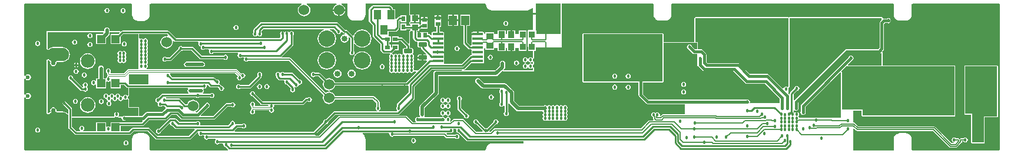
<source format=gbr>
%TF.GenerationSoftware,Altium Limited,Altium Designer,19.0.15 (446)*%
G04 Layer_Physical_Order=6*
G04 Layer_Color=6049555*
%FSLAX45Y45*%
%MOMM*%
%TF.FileFunction,Copper,L6,Bot,Signal*%
%TF.Part,CustomerPanel*%
G01*
G75*
%TA.AperFunction,SMDPad,CuDef*%
%ADD10R,0.60000X0.75000*%
%ADD11R,0.85000X0.95000*%
%ADD16R,0.64000X0.60000*%
%ADD17R,1.20000X1.20000*%
%ADD18R,0.90000X1.00000*%
%ADD19R,0.75000X0.60000*%
%ADD27R,0.60000X0.64000*%
%ADD37R,0.95000X0.85000*%
%ADD61R,1.00000X0.90000*%
%TA.AperFunction,Conductor*%
%ADD74C,0.25400*%
%ADD75C,0.38100*%
%ADD76C,0.20320*%
%ADD77C,0.23066*%
%ADD79C,0.50800*%
%ADD80C,0.16962*%
%ADD81C,0.10564*%
%ADD82C,0.12700*%
%TA.AperFunction,ViaPad*%
%ADD85C,1.52400*%
%TA.AperFunction,ComponentPad*%
G04:AMPARAMS|DCode=86|XSize=1mm|YSize=2.3mm|CornerRadius=0.5mm|HoleSize=0mm|Usage=FLASHONLY|Rotation=270.000|XOffset=0mm|YOffset=0mm|HoleType=Round|Shape=RoundedRectangle|*
%AMROUNDEDRECTD86*
21,1,1.00000,1.30000,0,0,270.0*
21,1,0.00000,2.30000,0,0,270.0*
1,1,1.00000,-0.65000,0.00000*
1,1,1.00000,-0.65000,0.00000*
1,1,1.00000,0.65000,0.00000*
1,1,1.00000,0.65000,0.00000*
%
%ADD86ROUNDEDRECTD86*%
%ADD87C,0.40000*%
%TA.AperFunction,ViaPad*%
%ADD88C,2.50000*%
%TA.AperFunction,ComponentPad*%
%ADD89C,2.37500*%
%ADD90C,0.85000*%
%ADD91C,1.52400*%
%ADD92C,0.45720*%
%TA.AperFunction,ViaPad*%
%ADD93C,0.45720*%
%ADD94C,0.60000*%
%ADD95C,1.98000*%
%TA.AperFunction,SMDPad,CuDef*%
%ADD109R,1.00000X1.40000*%
%ADD110R,2.50000X1.15000*%
%ADD111R,1.15000X1.35000*%
G04:AMPARAMS|DCode=112|XSize=1.23mm|YSize=0.6mm|CornerRadius=0.075mm|HoleSize=0mm|Usage=FLASHONLY|Rotation=180.000|XOffset=0mm|YOffset=0mm|HoleType=Round|Shape=RoundedRectangle|*
%AMROUNDEDRECTD112*
21,1,1.23000,0.45000,0,0,180.0*
21,1,1.08000,0.60000,0,0,180.0*
1,1,0.15000,-0.54000,0.22500*
1,1,0.15000,0.54000,0.22500*
1,1,0.15000,0.54000,-0.22500*
1,1,0.15000,-0.54000,-0.22500*
%
%ADD112ROUNDEDRECTD112*%
%TA.AperFunction,ConnectorPad*%
%ADD113R,0.64000X0.60000*%
%TA.AperFunction,SMDPad,CuDef*%
G04:AMPARAMS|DCode=114|XSize=1.57mm|YSize=0.41mm|CornerRadius=0.05125mm|HoleSize=0mm|Usage=FLASHONLY|Rotation=0.000|XOffset=0mm|YOffset=0mm|HoleType=Round|Shape=RoundedRectangle|*
%AMROUNDEDRECTD114*
21,1,1.57000,0.30750,0,0,0.0*
21,1,1.46750,0.41000,0,0,0.0*
1,1,0.10250,0.73375,-0.15375*
1,1,0.10250,-0.73375,-0.15375*
1,1,0.10250,-0.73375,0.15375*
1,1,0.10250,0.73375,0.15375*
%
%ADD114ROUNDEDRECTD114*%
G36*
X7454356Y8061920D02*
X8069733D01*
Y7910369D01*
X8071630Y7905790D01*
X8073304Y7901128D01*
X8081685Y7891899D01*
X8082005Y7891748D01*
X8082140Y7891421D01*
X8086719Y7889525D01*
X8091200Y7887410D01*
X8091861Y7875632D01*
Y7816250D01*
X8091200Y7804471D01*
X8086719Y7802357D01*
X8082140Y7800460D01*
X8082005Y7800133D01*
X8081685Y7799983D01*
X8073304Y7790754D01*
X8071630Y7786090D01*
X8069733Y7781512D01*
Y7780370D01*
X8071630Y7775792D01*
X8073304Y7771127D01*
X8081685Y7761899D01*
X8082088Y7761549D01*
X8082141Y7761421D01*
X8085138Y7749875D01*
X8084583Y7746490D01*
X8080665Y7741838D01*
X8032196D01*
Y7773641D01*
X7946796D01*
Y7673241D01*
X8032196D01*
Y7690043D01*
X8080665D01*
X8084583Y7685392D01*
X8085138Y7682007D01*
X8082141Y7670461D01*
X8082088Y7670333D01*
X8081685Y7669983D01*
X8073304Y7660754D01*
X8071630Y7656090D01*
X8069733Y7651512D01*
Y7486265D01*
X8058000Y7481405D01*
X7977732Y7561673D01*
X7969331Y7567287D01*
X7959420Y7569258D01*
X7921932D01*
Y7586065D01*
X7821532D01*
Y7500665D01*
X7921932D01*
Y7517463D01*
X7948693D01*
X8026763Y7439392D01*
Y7419216D01*
X7998661D01*
X7990780Y7417648D01*
X7984098Y7413184D01*
X7979633Y7406502D01*
X7978065Y7398620D01*
Y7353621D01*
X7979633Y7345739D01*
X7976425Y7335373D01*
X7973994Y7331697D01*
X7969757Y7328866D01*
X7956897Y7325252D01*
X7945134Y7333111D01*
X7931260Y7335871D01*
X7917385Y7333111D01*
X7912724Y7329997D01*
X7903492Y7326060D01*
X7893436Y7329873D01*
X7889075Y7332787D01*
X7875200Y7335547D01*
X7861325Y7332787D01*
X7855457Y7328866D01*
X7842597Y7325252D01*
X7830834Y7333111D01*
X7823826Y7334506D01*
X7822212Y7347775D01*
X7827145Y7351071D01*
X7858157Y7382084D01*
X7921932D01*
Y7467484D01*
X7821532D01*
Y7428401D01*
X7819632Y7427132D01*
X7806932Y7433920D01*
Y7467484D01*
X7782630D01*
Y7500665D01*
X7806932D01*
Y7586065D01*
X7783184D01*
X7773820Y7594121D01*
Y7650923D01*
X7863769D01*
X7873680Y7652894D01*
X7882082Y7658508D01*
X7916372Y7692799D01*
X7921986Y7701200D01*
X7923957Y7711111D01*
Y7807353D01*
X7934096Y7817492D01*
X7946796Y7813884D01*
Y7788241D01*
X8032196D01*
Y7888641D01*
X7946796D01*
Y7871838D01*
X7925920D01*
X7916010Y7869867D01*
X7907608Y7864253D01*
X7881520Y7838165D01*
X7874414Y7839568D01*
X7868820Y7842898D01*
Y7979520D01*
X7832018D01*
Y7988392D01*
X7830046Y7998303D01*
X7824432Y8006704D01*
X7803204Y8027933D01*
X7794802Y8033547D01*
X7784891Y8035518D01*
X7554889D01*
X7544978Y8033547D01*
X7536576Y8027933D01*
X7498748Y7990104D01*
X7493134Y7981702D01*
X7491162Y7971792D01*
Y7810460D01*
X7493134Y7800550D01*
X7498748Y7792148D01*
X7544502Y7746393D01*
Y7598741D01*
X7546474Y7588830D01*
X7552088Y7580429D01*
X7656262Y7476254D01*
Y7395935D01*
X7658234Y7386025D01*
X7663848Y7377623D01*
X7690399Y7351071D01*
X7698801Y7345457D01*
X7708711Y7343486D01*
X7795753D01*
X7799605Y7330786D01*
X7791322Y7325252D01*
X7783463Y7313489D01*
X7780703Y7299615D01*
X7783463Y7285740D01*
X7784503Y7284184D01*
X7791160Y7273722D01*
X7784503Y7263260D01*
X7783463Y7261704D01*
X7780703Y7247829D01*
X7783463Y7233954D01*
X7784503Y7232399D01*
X7791160Y7221936D01*
X7784503Y7211474D01*
X7783463Y7209918D01*
X7780703Y7196044D01*
X7783463Y7182169D01*
X7784503Y7180613D01*
X7791160Y7170151D01*
X7784503Y7159689D01*
X7783463Y7158133D01*
X7780703Y7144258D01*
X7783463Y7130383D01*
X7784503Y7128827D01*
X7791160Y7118365D01*
X7784503Y7107903D01*
X7783463Y7106347D01*
X7780703Y7092472D01*
X7783463Y7078598D01*
X7791322Y7066835D01*
X7803085Y7058976D01*
X7816960Y7056216D01*
X7830834Y7058976D01*
X7836703Y7062897D01*
X7849563Y7066510D01*
X7861325Y7058651D01*
X7875200Y7055891D01*
X7889075Y7058651D01*
X7893736Y7061765D01*
X7902967Y7065703D01*
X7913024Y7061889D01*
X7917385Y7058976D01*
X7931260Y7056216D01*
X7945134Y7058976D01*
X7951003Y7062897D01*
X7963863Y7066510D01*
X7975625Y7058651D01*
X7989500Y7055891D01*
X8003375Y7058651D01*
X8015137Y7066510D01*
X8027474Y7062114D01*
X8031685Y7059300D01*
X8045560Y7056540D01*
X8059434Y7059300D01*
X8066594Y7064084D01*
X8078163Y7066835D01*
X8089925Y7058976D01*
X8103800Y7056216D01*
X8117675Y7058976D01*
X8129437Y7066835D01*
X8137296Y7078597D01*
X8139082Y7079552D01*
X8139965Y7079186D01*
X8166052D01*
X8170912Y7067453D01*
X8025677Y6922218D01*
X7001957D01*
X6995274Y6938354D01*
X6981024Y6956925D01*
X6962453Y6971174D01*
X6940827Y6980132D01*
X6917620Y6983187D01*
X6894412Y6980132D01*
X6874286Y6971796D01*
X6793434Y7052648D01*
X6785418Y7058004D01*
X6775963Y7059885D01*
X6716899D01*
X6716277Y7060815D01*
X6704515Y7068674D01*
X6690640Y7071434D01*
X6676765Y7068674D01*
X6665002Y7060815D01*
X6657143Y7049052D01*
X6654383Y7035177D01*
X6657143Y7021303D01*
X6665002Y7009540D01*
X6676765Y7001681D01*
X6690640Y6998921D01*
X6704515Y7001681D01*
X6716277Y7009540D01*
X6716899Y7010470D01*
X6765729D01*
X6839345Y6936854D01*
X6831008Y6916728D01*
X6827953Y6893520D01*
X6831008Y6870313D01*
X6839966Y6848687D01*
X6854216Y6830116D01*
X6872786Y6815866D01*
X6894412Y6806909D01*
X6917620Y6803853D01*
X6940827Y6806909D01*
X6962453Y6815866D01*
X6981024Y6830116D01*
X6995274Y6848687D01*
X7004232Y6870313D01*
X7004560Y6872803D01*
X8035912D01*
X8045367Y6874684D01*
X8048407Y6876715D01*
X8061107Y6870480D01*
Y6778195D01*
X7900909Y6617998D01*
X7895553Y6609982D01*
X7893672Y6600527D01*
Y6575659D01*
X7892742Y6575038D01*
X7884883Y6563275D01*
X7882123Y6549400D01*
X7884883Y6535526D01*
X7892742Y6523763D01*
X7892964Y6509917D01*
X7886491Y6502697D01*
X7632671D01*
X7631420Y6515397D01*
X7635075Y6516124D01*
X7646837Y6523983D01*
X7654697Y6535746D01*
X7657457Y6549621D01*
X7654697Y6563495D01*
X7646837Y6575258D01*
X7644508Y6576815D01*
Y6635538D01*
X7642734Y6644458D01*
X7637681Y6652019D01*
X7574665Y6715035D01*
X7567103Y6720088D01*
X7558184Y6721862D01*
X7004190D01*
X6995274Y6743388D01*
X6981024Y6761959D01*
X6962453Y6776208D01*
X6940827Y6785166D01*
X6917620Y6788221D01*
X6894412Y6785166D01*
X6872786Y6776208D01*
X6869836Y6773944D01*
X6371478Y7272301D01*
X6363916Y7277354D01*
X6354997Y7279128D01*
X6238835D01*
X6234954Y7291570D01*
X6234952Y7291828D01*
X6395412Y7452288D01*
X6401026Y7460690D01*
X6402997Y7470600D01*
Y7600508D01*
X6410597Y7611881D01*
X6413356Y7625756D01*
X6410597Y7639631D01*
X6402737Y7651394D01*
X6390975Y7659253D01*
X6377100Y7662013D01*
X6363225Y7659253D01*
X6351462Y7651394D01*
X6350950Y7650627D01*
X6338250D01*
X6337737Y7651394D01*
X6325975Y7659253D01*
X6312100Y7662013D01*
X6298225Y7659253D01*
X6287533Y7652109D01*
X6283458Y7650627D01*
X6275741D01*
X6271666Y7652109D01*
X6260975Y7659253D01*
X6247100Y7662013D01*
X6233225Y7659253D01*
X6221462Y7651394D01*
X6213603Y7639631D01*
X6210843Y7625756D01*
X6213603Y7611881D01*
X6221202Y7600508D01*
Y7575523D01*
X6205177Y7559498D01*
X4718547D01*
X4616707Y7661338D01*
X4608305Y7666952D01*
X4598395Y7668923D01*
X3947425D01*
X3937514Y7666952D01*
X3929113Y7661338D01*
X3924122Y7656347D01*
X3911342Y7660161D01*
X3908815Y7661207D01*
X3906882Y7663141D01*
X3904148D01*
X3901622Y7664187D01*
X3762628D01*
Y7679477D01*
X3759671Y7694342D01*
X3751250Y7706945D01*
X3738647Y7715366D01*
X3723781Y7718323D01*
X3708916Y7715366D01*
X3696313Y7706945D01*
X3687892Y7694342D01*
X3684935Y7679477D01*
Y7672638D01*
X3680818Y7667581D01*
X3672235Y7664066D01*
X3671942Y7664187D01*
X2868860D01*
X2859140Y7660161D01*
X2855113Y7650440D01*
Y7411142D01*
X2855993Y7409018D01*
X2855843Y7406723D01*
X2857929Y7404345D01*
X2859140Y7401422D01*
X2861264Y7400542D01*
X2862780Y7398813D01*
X2875480Y7392550D01*
X2877774Y7392400D01*
X2879766Y7391250D01*
X2882822Y7392069D01*
X2885979Y7391862D01*
X2887707Y7393378D01*
X2889928Y7393974D01*
X2905818Y7406166D01*
X2928674Y7415633D01*
X2954101Y7418981D01*
X3082299D01*
X3107726Y7415633D01*
X3130582Y7406166D01*
X3150208Y7391106D01*
X3165268Y7371480D01*
X3174735Y7348624D01*
X3177964Y7324098D01*
X3174735Y7299571D01*
X3165268Y7276716D01*
X3150208Y7257089D01*
X3130582Y7242030D01*
X3107726Y7232563D01*
X3082299Y7229215D01*
X3003490D01*
X3002828Y7228941D01*
X3002142Y7229149D01*
X2998052Y7226963D01*
X2993769Y7225189D01*
X2993495Y7224527D01*
X2992863Y7224190D01*
X2984807Y7214372D01*
X2984599Y7213687D01*
X2984003Y7213289D01*
X2983098Y7208741D01*
X2981752Y7204304D01*
X2982090Y7203672D01*
X2981950Y7202970D01*
X2982720Y7199098D01*
X2980473Y7187801D01*
X2974074Y7178224D01*
X2964496Y7171824D01*
X2953200Y7169577D01*
X2941903Y7171824D01*
X2932326Y7178224D01*
X2925926Y7187801D01*
X2923679Y7199098D01*
X2926460Y7213077D01*
X2925801Y7216388D01*
X2926132Y7219749D01*
X2923208Y7229387D01*
X2922754Y7229941D01*
Y7230657D01*
X2919475Y7233936D01*
X2916534Y7237520D01*
X2915821Y7237590D01*
X2915314Y7238097D01*
X2905817Y7242030D01*
X2889928Y7254222D01*
X2887707Y7254817D01*
X2885979Y7256333D01*
X2882822Y7256126D01*
X2879766Y7256946D01*
X2877774Y7255796D01*
X2875480Y7255645D01*
X2862780Y7249383D01*
X2861264Y7247654D01*
X2859140Y7246774D01*
X2857929Y7243851D01*
X2855843Y7241472D01*
X2855993Y7239178D01*
X2855113Y7237054D01*
Y6481142D01*
X2855993Y6479018D01*
X2855843Y6476723D01*
X2857929Y6474345D01*
X2859140Y6471422D01*
X2861264Y6470542D01*
X2862780Y6468813D01*
X2875480Y6462550D01*
X2877774Y6462400D01*
X2879766Y6461250D01*
X2882822Y6462069D01*
X2885979Y6461862D01*
X2887707Y6463378D01*
X2889928Y6463973D01*
X2905818Y6476166D01*
X2915314Y6480099D01*
X2915820Y6480605D01*
X2916534Y6480676D01*
X2919475Y6484260D01*
X2922754Y6487538D01*
Y6488255D01*
X2923208Y6488809D01*
X2926132Y6498447D01*
X2925801Y6501807D01*
X2926460Y6505119D01*
X2923679Y6519098D01*
X2925926Y6530394D01*
X2932326Y6539972D01*
X2941903Y6546371D01*
X2953200Y6548618D01*
X2964496Y6546371D01*
X2974074Y6539972D01*
X2980473Y6530394D01*
X2982720Y6519098D01*
X2981950Y6515226D01*
X2982090Y6514524D01*
X2981752Y6513892D01*
X2983099Y6509453D01*
X2984003Y6504907D01*
X2984598Y6504509D01*
X2984806Y6503824D01*
X2992863Y6494006D01*
X2993495Y6493669D01*
X2993769Y6493007D01*
X2998053Y6491232D01*
X3002142Y6489046D01*
X3002828Y6489254D01*
X3003490Y6488980D01*
X3082299D01*
X3107726Y6485633D01*
X3130583Y6476166D01*
X3149014Y6462023D01*
X3150228Y6461697D01*
X3151037Y6460734D01*
X3155169Y6460373D01*
X3159176Y6459299D01*
X3170082Y6453447D01*
Y6270329D01*
X3172053Y6260418D01*
X3177667Y6252016D01*
X3259975Y6169708D01*
X3268377Y6164094D01*
X3278288Y6162123D01*
X4045500D01*
X4055410Y6164094D01*
X4063812Y6169708D01*
X4108327Y6214223D01*
X4308505D01*
X4421419Y6101308D01*
X4429821Y6095694D01*
X4439732Y6093723D01*
X4909280D01*
X4919191Y6095694D01*
X4927592Y6101308D01*
X5024489Y6198204D01*
X5036193Y6191948D01*
X5034783Y6184860D01*
X5037543Y6170986D01*
X5045402Y6159223D01*
X5057165Y6151364D01*
X5071040Y6148604D01*
X5084915Y6151364D01*
X5096677Y6159223D01*
X5097299Y6160153D01*
X5117646D01*
X5124435Y6147453D01*
X5121362Y6142854D01*
X5118602Y6128979D01*
X5121362Y6115105D01*
X5129221Y6103342D01*
X5140984Y6095483D01*
X5154859Y6092723D01*
X5168733Y6095483D01*
X5180496Y6103342D01*
X5182053Y6105672D01*
X5287861D01*
X5289704Y6103317D01*
X5286966Y6086214D01*
X5286702Y6086038D01*
X5278843Y6074275D01*
X5276083Y6060400D01*
X5278843Y6046526D01*
X5286702Y6034763D01*
X5298465Y6026904D01*
X5312340Y6024144D01*
X5326215Y6026904D01*
X5337977Y6034763D01*
X5338599Y6035693D01*
X5389724D01*
X5399152Y6022993D01*
X5398003Y6017220D01*
X5400763Y6003346D01*
X5408622Y5991583D01*
X5420385Y5983724D01*
X5434260Y5980964D01*
X5435357Y5981182D01*
X5464941Y5951597D01*
X5463863Y5945311D01*
X5460324Y5938897D01*
X4353116D01*
X4352500Y5938775D01*
X4344674Y5942017D01*
X4341439Y5949827D01*
X4341565Y5950459D01*
Y6099514D01*
X4341573Y6100459D01*
X4341573D01*
X4338559Y6123353D01*
X4329722Y6144687D01*
X4315664Y6163007D01*
X4297344Y6177064D01*
X4276010Y6185901D01*
X4253116Y6188915D01*
Y6188897D01*
X4173116D01*
Y6188915D01*
X4150222Y6185901D01*
X4128888Y6177064D01*
X4110568Y6163007D01*
X4096510Y6144687D01*
X4087674Y6123353D01*
X4084660Y6100458D01*
X4084677D01*
Y5950459D01*
X4084803Y5949827D01*
X4081568Y5942017D01*
X4073742Y5938775D01*
X4073126Y5938897D01*
X2549120D01*
X2548504Y5938775D01*
X2540678Y5942017D01*
X2537490Y5949713D01*
X2537658Y5950558D01*
Y6700021D01*
X2550358Y6703874D01*
X2557415Y6693313D01*
X2571539Y6683875D01*
X2588200Y6680561D01*
X2604860Y6683875D01*
X2618985Y6693313D01*
X2628422Y6707437D01*
X2631736Y6724098D01*
X2628422Y6740758D01*
X2618985Y6754883D01*
X2604860Y6764320D01*
X2588200Y6767634D01*
X2571539Y6764320D01*
X2557415Y6754883D01*
X2550358Y6744322D01*
X2537658Y6748174D01*
Y6970021D01*
X2550358Y6973874D01*
X2557415Y6963313D01*
X2571539Y6953875D01*
X2588200Y6950561D01*
X2604860Y6953875D01*
X2618985Y6963313D01*
X2628422Y6977437D01*
X2631736Y6994098D01*
X2628422Y7010758D01*
X2618985Y7024883D01*
X2604860Y7034320D01*
X2588200Y7037634D01*
X2571539Y7034320D01*
X2557415Y7024883D01*
X2550358Y7014322D01*
X2537658Y7018174D01*
Y8050348D01*
X2537538Y8050951D01*
X2540754Y8058714D01*
X2548518Y8061930D01*
X2549120Y8061810D01*
X4060675D01*
X4073116Y8061181D01*
X4083041Y8054482D01*
X4084793Y8050252D01*
X4084667Y8049620D01*
Y7900565D01*
X4084659Y7899620D01*
X4084659D01*
X4087673Y7876726D01*
X4096510Y7855392D01*
X4110568Y7837072D01*
X4128888Y7823015D01*
X4150222Y7814178D01*
X4173116Y7811164D01*
Y7811182D01*
X4253116D01*
Y7811164D01*
X4276010Y7814178D01*
X4297344Y7823015D01*
X4315664Y7837072D01*
X4329722Y7855392D01*
X4338559Y7876726D01*
X4341572Y7899620D01*
X4341555D01*
Y8049620D01*
X4341429Y8050252D01*
X4343181Y8054482D01*
X4353106Y8061181D01*
X4353106Y8061182D01*
X4356816Y8061920D01*
X6520872D01*
X6523398Y8049220D01*
X6514646Y8045594D01*
X6496076Y8031345D01*
X6481826Y8012774D01*
X6472868Y7991148D01*
X6469813Y7967940D01*
X6472868Y7944733D01*
X6481826Y7923107D01*
X6496076Y7904536D01*
X6514646Y7890286D01*
X6536272Y7881329D01*
X6559480Y7878273D01*
X6582687Y7881329D01*
X6604313Y7890286D01*
X6622884Y7904536D01*
X6637134Y7923107D01*
X6646092Y7944733D01*
X6649147Y7967940D01*
X6646092Y7991148D01*
X6637134Y8012774D01*
X6622884Y8031345D01*
X6604313Y8045594D01*
X6595561Y8049220D01*
X6598087Y8061920D01*
X7023776D01*
X7026302Y8049220D01*
X7017550Y8045594D01*
X6998979Y8031345D01*
X6984730Y8012774D01*
X6975772Y7991148D01*
X6974389Y7980640D01*
X7150379D01*
X7148995Y7991148D01*
X7140038Y8012774D01*
X7125788Y8031345D01*
X7107217Y8045594D01*
X7098465Y8049220D01*
X7100991Y8061920D01*
X7174366D01*
X7174982Y8062042D01*
X7182808Y8058800D01*
X7186043Y8050990D01*
X7185917Y8050358D01*
Y7901303D01*
X7185909Y7900358D01*
X7185909D01*
X7188923Y7877464D01*
X7197760Y7856130D01*
X7211817Y7837810D01*
X7230137Y7823753D01*
X7251471Y7814916D01*
X7274366Y7811902D01*
Y7811920D01*
X7354366D01*
Y7811902D01*
X7377260Y7814916D01*
X7398594Y7823753D01*
X7416914Y7837810D01*
X7430971Y7856130D01*
X7439808Y7877464D01*
X7442822Y7900358D01*
X7442805D01*
Y8050358D01*
X7442679Y8050990D01*
X7445914Y8058800D01*
X7453740Y8062042D01*
X7454356Y8061920D01*
D02*
G37*
G36*
X11578958Y8060350D02*
X11585737Y8050458D01*
X11585837Y8037795D01*
Y7900458D01*
X11585820D01*
X11588831Y7877590D01*
X11597658Y7856280D01*
X11611699Y7837981D01*
X11629998Y7823940D01*
X11651308Y7815113D01*
X11673244Y7812225D01*
X11674276Y7812020D01*
X11754276D01*
X11755503Y7812264D01*
X11777144Y7815113D01*
X11798454Y7823940D01*
X11816753Y7837981D01*
X11830794Y7856280D01*
X11839621Y7877590D01*
X11842470Y7899231D01*
X11842714Y7900458D01*
Y8049855D01*
X11842815Y8050358D01*
X11842815D01*
X11849595Y8060250D01*
X11853674Y8061940D01*
X11854276Y8061820D01*
X15028116D01*
X15028719Y8061940D01*
X15032797Y8060250D01*
X15039577Y8050359D01*
X15039677Y8037695D01*
Y7900359D01*
X15039661D01*
X15042670Y7877490D01*
X15051497Y7856181D01*
X15065540Y7837881D01*
X15083838Y7823840D01*
X15105148Y7815013D01*
X15127084Y7812125D01*
X15128116Y7811920D01*
X15208116D01*
X15209343Y7812164D01*
X15230984Y7815013D01*
X15252293Y7823840D01*
X15270593Y7837881D01*
X15284634Y7856181D01*
X15293462Y7877490D01*
X15296310Y7899131D01*
X15296555Y7900359D01*
Y8049756D01*
X15296654Y8050258D01*
X15296654D01*
X15301315Y8057059D01*
X15308116Y8061720D01*
X15320779Y8061820D01*
X16548120D01*
X16548721Y8061940D01*
X16552802Y8060250D01*
X16559581Y8050358D01*
X16559589Y8037659D01*
X16560681Y5950438D01*
X16560802Y5949837D01*
X16557562Y5942017D01*
X16549736Y5938775D01*
X16549120Y5938897D01*
X15308105D01*
X15307491Y5938775D01*
X15303244Y5940533D01*
X15296545Y5950459D01*
X15296544Y5962399D01*
Y6100457D01*
X15296544Y6100458D01*
X15296562D01*
X15293549Y6123353D01*
X15284712Y6144687D01*
X15270654Y6163007D01*
X15252335Y6177064D01*
X15231000Y6185901D01*
X15208105Y6188915D01*
Y6188898D01*
X15208105Y6188897D01*
X15128107D01*
Y6188915D01*
X15105212Y6185901D01*
X15083878Y6177064D01*
X15065558Y6163007D01*
X15051500Y6144687D01*
X15042664Y6123353D01*
X15039648Y6100458D01*
X15039667D01*
Y5950459D01*
X15039793Y5949827D01*
X15036559Y5942017D01*
X15028731Y5938775D01*
X15028116Y5938897D01*
X14455620D01*
Y6252199D01*
X14467352Y6257059D01*
X14499297Y6225116D01*
X14505597Y6220906D01*
X14513029Y6219427D01*
X15601454D01*
X15835176Y5985706D01*
X15841476Y5981496D01*
X15848911Y5980017D01*
X15935361D01*
X15942793Y5981496D01*
X15949095Y5985706D01*
X16013293Y6049905D01*
X16017505Y6056206D01*
X16018983Y6063639D01*
Y6072698D01*
X16037070D01*
X16041223Y6066483D01*
X16052985Y6058624D01*
X16066859Y6055864D01*
X16080734Y6058624D01*
X16092497Y6066483D01*
X16100357Y6078246D01*
X16103117Y6092120D01*
X16100357Y6105995D01*
X16092497Y6117758D01*
X16080734Y6125617D01*
X16066859Y6128377D01*
X16052985Y6125617D01*
X16041223Y6117758D01*
X16037071Y6111544D01*
X16007001D01*
X15999567Y6110065D01*
X15993265Y6105855D01*
X15986861Y6099450D01*
X15980455Y6105855D01*
X15974153Y6110065D01*
X15966721Y6111544D01*
X15936650D01*
X15932498Y6117758D01*
X15920735Y6125617D01*
X15906860Y6128377D01*
X15892986Y6125617D01*
X15881223Y6117758D01*
X15873363Y6105995D01*
X15870604Y6092121D01*
X15873363Y6078246D01*
X15881223Y6066483D01*
X15892986Y6058624D01*
X15901332Y6056964D01*
X15900081Y6044264D01*
X15867477D01*
X15633755Y6277985D01*
X15627454Y6282195D01*
X15620021Y6283674D01*
X14531596D01*
X14480057Y6335215D01*
X14473753Y6339425D01*
X14466321Y6340903D01*
X14455620D01*
Y6511474D01*
X14576193D01*
Y6440375D01*
X14580220Y6430655D01*
X14589940Y6426629D01*
X15908121D01*
X15917841Y6430655D01*
X15921866Y6440375D01*
Y7153018D01*
X15917841Y7162738D01*
X15908121Y7166764D01*
X14879025D01*
Y7346006D01*
X14877980Y7348532D01*
Y7351266D01*
X14876047Y7353199D01*
X14875000Y7355726D01*
X14871185Y7368506D01*
X14888170Y7385490D01*
X14895187Y7395992D01*
X14897652Y7408380D01*
Y7766571D01*
X14911192Y7780112D01*
X14943562D01*
X14945245Y7778987D01*
X14959120Y7776228D01*
X14972995Y7778987D01*
X14984756Y7786847D01*
X14992616Y7798609D01*
X14995377Y7812484D01*
X14992616Y7826359D01*
X14984756Y7838122D01*
X14972995Y7845981D01*
X14959120Y7848741D01*
X14945245Y7845981D01*
X14943562Y7844856D01*
X14897784D01*
X14891727Y7843652D01*
X14879369Y7851893D01*
X14878656Y7853015D01*
X14875000Y7861841D01*
X14865280Y7865867D01*
X13540477D01*
X13539177Y7865328D01*
X13537796Y7865603D01*
X13534460Y7863375D01*
X13531042Y7861959D01*
X13525620Y7864205D01*
X12184021D01*
X12174301Y7860179D01*
X12170275Y7850459D01*
Y7505867D01*
X11726886D01*
Y7619620D01*
X11722860Y7629341D01*
X11713140Y7633367D01*
X10576455D01*
X10566735Y7629341D01*
X10562708Y7619620D01*
Y6931620D01*
X10566735Y6921900D01*
X10576455Y6917874D01*
X11368348D01*
Y6738580D01*
X11370812Y6726192D01*
X11377829Y6715690D01*
X11475630Y6617890D01*
X11486132Y6610872D01*
X11498520Y6608408D01*
X12035620D01*
Y6459883D01*
X11717694D01*
X11709430Y6458239D01*
X11702424Y6453558D01*
X11687816Y6438950D01*
X11674510Y6443011D01*
X11673798Y6444356D01*
X11675737Y6454100D01*
X11672977Y6467975D01*
X11665117Y6479738D01*
X11653355Y6487597D01*
X11639480Y6490357D01*
X11625605Y6487597D01*
X11613843Y6479738D01*
X11603068Y6486473D01*
X11600668Y6488077D01*
X11586793Y6490837D01*
X11572919Y6488077D01*
X11561156Y6480218D01*
X11553297Y6468455D01*
X11550537Y6454580D01*
X11553297Y6440706D01*
X11561156Y6428943D01*
X11572919Y6421084D01*
X11576353Y6420400D01*
Y6397773D01*
X11577997Y6389508D01*
X11580967Y6385064D01*
X11576732Y6372364D01*
X11526563D01*
X11517644Y6370590D01*
X11510082Y6365537D01*
X11401666Y6257120D01*
X9300140D01*
X9291220Y6255346D01*
X9283659Y6250294D01*
X9241832Y6208467D01*
X9226684D01*
X9221824Y6220200D01*
X9320079Y6318455D01*
X9333495Y6321124D01*
X9345257Y6328983D01*
X9353117Y6340746D01*
X9355877Y6354621D01*
X9353117Y6368495D01*
X9345257Y6380258D01*
X9335700Y6386644D01*
X9333495Y6388117D01*
X9319620Y6390877D01*
X9305745Y6388117D01*
X9293982Y6380258D01*
X9286123Y6368495D01*
X9283455Y6355080D01*
X9187378Y6259004D01*
X9175680Y6261331D01*
X9163881Y6258984D01*
X9067785Y6355080D01*
X9065117Y6368495D01*
X9057257Y6380258D01*
X9045495Y6388117D01*
X9031620Y6390877D01*
X9017745Y6388117D01*
X9005982Y6380258D01*
X8998123Y6368495D01*
X8995363Y6354621D01*
X8998123Y6340746D01*
X9005982Y6328983D01*
X9017745Y6321124D01*
X9031160Y6318455D01*
X9129416Y6220200D01*
X9124556Y6208467D01*
X9035159D01*
X8856864Y6386761D01*
X8849303Y6391814D01*
X8840383Y6393588D01*
X8713982D01*
X8705062Y6391814D01*
X8697501Y6386762D01*
X8663507Y6352768D01*
X8662968Y6352903D01*
X8662061Y6354017D01*
X8658373Y6367147D01*
X8663077Y6374186D01*
X8665837Y6388060D01*
X8663077Y6401935D01*
X8655217Y6413698D01*
X8643455Y6421557D01*
X8629580Y6424317D01*
X8615705Y6421557D01*
X8603942Y6413698D01*
X8598536Y6405606D01*
X8596975Y6405115D01*
X8585984D01*
X8584424Y6405606D01*
X8579017Y6413698D01*
X8567255Y6421557D01*
X8553380Y6424317D01*
X8539505Y6421557D01*
X8533436Y6417502D01*
X8294540D01*
X8287752Y6430202D01*
X8292089Y6436695D01*
X8295046Y6451560D01*
Y6553110D01*
X8484328Y6742392D01*
X8492749Y6754994D01*
X8495706Y6769860D01*
Y7012154D01*
X9319962D01*
X9334828Y7015111D01*
X9347431Y7023532D01*
X9410925Y7087026D01*
X9423705Y7083212D01*
X9426232Y7082166D01*
X9428165Y7080232D01*
X9430899D01*
X9433425Y7079186D01*
X9852477D01*
X9862197Y7083212D01*
X9866223Y7092933D01*
Y7127380D01*
X9865491Y7129147D01*
X9865726Y7131045D01*
X9863550Y7133833D01*
X9862197Y7137100D01*
X9860430Y7137832D01*
X9859254Y7139340D01*
X9853298Y7142963D01*
X9851154Y7154959D01*
X9852017Y7159296D01*
X9851154Y7163632D01*
X9853298Y7175629D01*
X9859254Y7179252D01*
X9860430Y7180759D01*
X9862197Y7181491D01*
X9863550Y7184759D01*
X9865726Y7187547D01*
X9865491Y7189445D01*
X9866223Y7191212D01*
Y7213740D01*
X9865491Y7215507D01*
X9865726Y7217405D01*
X9863550Y7220193D01*
X9862197Y7223460D01*
X9860430Y7224192D01*
X9859254Y7225700D01*
X9853298Y7229323D01*
X9851154Y7241319D01*
X9852017Y7245656D01*
X9851154Y7249992D01*
X9853298Y7261989D01*
X9859254Y7265612D01*
X9860430Y7267119D01*
X9862197Y7267851D01*
X9863550Y7271119D01*
X9865726Y7273907D01*
X9865491Y7275805D01*
X9866223Y7277572D01*
Y7374169D01*
X9887700D01*
Y7426052D01*
X10252259D01*
X10261979Y7430078D01*
X10266005Y7439799D01*
Y7607260D01*
X10262023Y7616875D01*
X10264554Y7622984D01*
Y8061919D01*
X10277254Y8061920D01*
X11574276Y8061920D01*
X11574878Y8062040D01*
X11578958Y8060350D01*
D02*
G37*
G36*
X10250807Y7622984D02*
X9899201D01*
Y7668586D01*
X9895175Y7678306D01*
X9889809Y7680529D01*
X9889870Y8061920D01*
X10250807D01*
Y7622984D01*
D02*
G37*
G36*
X4601221Y7603575D02*
X4595289Y7591546D01*
X4583360Y7593116D01*
X4560152Y7590061D01*
X4538526Y7581103D01*
X4519956Y7566854D01*
X4505706Y7548283D01*
X4496748Y7526657D01*
X4493693Y7503449D01*
X4496748Y7480242D01*
X4505706Y7458616D01*
X4519956Y7440045D01*
X4538526Y7425795D01*
X4560152Y7416838D01*
X4583360Y7413782D01*
X4606567Y7416838D01*
X4628193Y7425795D01*
X4646764Y7440045D01*
X4661014Y7458616D01*
X4669972Y7480242D01*
X4673027Y7503449D01*
X4671456Y7515378D01*
X4683485Y7521310D01*
X4689508Y7515288D01*
X4697909Y7509674D01*
X4707820Y7507703D01*
X5033487D01*
X5040275Y7495003D01*
X5040083Y7494716D01*
X5037323Y7480841D01*
X5040083Y7466966D01*
X5047942Y7455203D01*
X5059705Y7447344D01*
X5062338Y7446820D01*
X5072933Y7440890D01*
X5071557Y7433023D01*
X5070343Y7426920D01*
X5073103Y7413046D01*
X5080962Y7401283D01*
X5092725Y7393424D01*
X5106600Y7390664D01*
X5120475Y7393424D01*
X5131728Y7400943D01*
X5187918D01*
X5194706Y7388243D01*
X5192483Y7384915D01*
X5189723Y7371040D01*
X5192483Y7357166D01*
X5200342Y7345403D01*
X5212105Y7337544D01*
X5225980Y7334784D01*
X5239855Y7337544D01*
X5251617Y7345403D01*
X5253141Y7347683D01*
X5606870D01*
X5610477Y7338967D01*
X5611331Y7334983D01*
X5603963Y7323955D01*
X5601203Y7310080D01*
X5603963Y7296206D01*
X5611822Y7284443D01*
X5623585Y7276584D01*
X5637460Y7273824D01*
X5651335Y7276584D01*
X5662708Y7284183D01*
X5689809D01*
X5696597Y7271483D01*
X5695403Y7269695D01*
X5692643Y7255820D01*
X5695403Y7241946D01*
X5703262Y7230183D01*
X5715025Y7222324D01*
X5728900Y7219564D01*
X5742775Y7222324D01*
X5754537Y7230183D01*
X5756094Y7232513D01*
X6345343D01*
X6838355Y6739500D01*
X6831008Y6721762D01*
X6827953Y6698554D01*
X6831008Y6675347D01*
X6839966Y6653721D01*
X6854216Y6635150D01*
X6872786Y6620900D01*
X6894412Y6611943D01*
X6917620Y6608887D01*
X6940827Y6611943D01*
X6962453Y6620900D01*
X6981024Y6635150D01*
X6995274Y6653721D01*
X7004190Y6675246D01*
X7548530D01*
X7597892Y6625884D01*
Y6576815D01*
X7595562Y6575258D01*
X7587703Y6563495D01*
X7584943Y6549621D01*
X7587703Y6535746D01*
X7595562Y6523983D01*
X7607325Y6516124D01*
X7610979Y6515397D01*
X7609728Y6502697D01*
X6997829D01*
X6988374Y6500816D01*
X6980358Y6495460D01*
X6872997Y6388099D01*
X6871900Y6388317D01*
X6858025Y6385557D01*
X6846262Y6377698D01*
X6838403Y6365935D01*
X6835643Y6352060D01*
X6835861Y6350963D01*
X6694466Y6209568D01*
X5561653D01*
X5556392Y6222268D01*
X5598727Y6264603D01*
X5665552D01*
X5676925Y6257004D01*
X5690800Y6254244D01*
X5704675Y6257004D01*
X5716437Y6264863D01*
X5724297Y6276626D01*
X5727057Y6290500D01*
X5724297Y6304375D01*
X5716437Y6316138D01*
X5704675Y6323997D01*
X5690800Y6326757D01*
X5676925Y6323997D01*
X5665552Y6316398D01*
X5588000D01*
X5578090Y6314427D01*
X5576786Y6313556D01*
X5565356Y6321193D01*
X5567037Y6329640D01*
X5564277Y6343515D01*
X5556417Y6355278D01*
X5544655Y6363137D01*
X5530780Y6365897D01*
X5516905Y6363137D01*
X5505142Y6355278D01*
X5497283Y6343515D01*
X5494615Y6330100D01*
X5464173Y6299658D01*
X5072331D01*
X5068986Y6305916D01*
X5066769Y6312358D01*
X5069197Y6324560D01*
X5066437Y6338435D01*
X5058577Y6350198D01*
X5046815Y6358057D01*
X5032940Y6360817D01*
X5019065Y6358057D01*
X5007692Y6350458D01*
X4766807D01*
X4721052Y6396213D01*
X4712650Y6401827D01*
X4702740Y6403798D01*
X4637140D01*
X4627229Y6401827D01*
X4618827Y6396213D01*
X4470114Y6247499D01*
X4465700Y6248377D01*
X4451825Y6245617D01*
X4440062Y6237758D01*
X4432203Y6225995D01*
X4429443Y6212120D01*
X4432203Y6198246D01*
X4440062Y6186483D01*
X4451825Y6178624D01*
X4465700Y6175864D01*
X4479574Y6178624D01*
X4491337Y6186483D01*
X4499196Y6198246D01*
X4500460Y6204595D01*
X4620554Y6324690D01*
X4620789Y6324687D01*
X4633512Y6319688D01*
X4635303Y6310686D01*
X4643162Y6298923D01*
X4654925Y6291064D01*
X4668340Y6288395D01*
X4701288Y6255448D01*
X4709689Y6249834D01*
X4719600Y6247863D01*
X4984304D01*
X4989164Y6236130D01*
X4898553Y6145518D01*
X4450459D01*
X4337544Y6258433D01*
X4329142Y6264047D01*
X4319232Y6266018D01*
X4097600D01*
X4087689Y6264047D01*
X4079287Y6258433D01*
X4034773Y6213918D01*
X3923020D01*
Y6293583D01*
X4234657D01*
X4244567Y6295554D01*
X4252969Y6301168D01*
X4331085Y6379283D01*
X4569751D01*
X4579661Y6381255D01*
X4588063Y6386869D01*
X4651957Y6450763D01*
X4727481D01*
X4785417Y6392827D01*
X4793818Y6387213D01*
X4803729Y6385242D01*
X5259039D01*
X5268950Y6387213D01*
X5277352Y6392827D01*
X5457507Y6572983D01*
X5508072D01*
X5519445Y6565384D01*
X5533320Y6562624D01*
X5547195Y6565384D01*
X5558957Y6573243D01*
X5566817Y6585006D01*
X5569577Y6598880D01*
X5566817Y6612755D01*
X5558957Y6624518D01*
X5547195Y6632377D01*
X5533320Y6635137D01*
X5519445Y6632377D01*
X5508072Y6624778D01*
X5446780D01*
X5436869Y6622807D01*
X5428468Y6617193D01*
X5248312Y6437037D01*
X5075711D01*
X5070851Y6448770D01*
X5179449Y6557369D01*
X5181435Y6557764D01*
X5193197Y6565623D01*
X5201057Y6577386D01*
X5203817Y6591260D01*
X5201057Y6605135D01*
X5193197Y6616898D01*
X5181435Y6624757D01*
X5167560Y6627517D01*
X5153685Y6624757D01*
X5141922Y6616898D01*
X5134063Y6605135D01*
X5133668Y6603150D01*
X5018480Y6487962D01*
X5002457D01*
X4999930Y6500662D01*
X5006653Y6503446D01*
X5025224Y6517696D01*
X5039474Y6536267D01*
X5048432Y6557893D01*
X5051487Y6581100D01*
X5048432Y6604308D01*
X5039474Y6625934D01*
X5025224Y6644505D01*
X5006653Y6658754D01*
X4985027Y6667712D01*
X4961820Y6670767D01*
X4938612Y6667712D01*
X4916986Y6658754D01*
X4898416Y6644505D01*
X4884166Y6625934D01*
X4875663Y6605406D01*
X4851095D01*
X4774110Y6682391D01*
X4766094Y6687747D01*
X4756639Y6689628D01*
X4578726D01*
X4577961Y6690403D01*
X4577857Y6690558D01*
X4577712Y6690655D01*
X4571686Y6696758D01*
X4575342Y6709092D01*
X5001601D01*
X5002222Y6708163D01*
X5013985Y6700303D01*
X5027860Y6697543D01*
X5041735Y6700303D01*
X5053497Y6708163D01*
X5054119Y6709092D01*
X5209405D01*
X5210026Y6708163D01*
X5221789Y6700303D01*
X5235664Y6697543D01*
X5249539Y6700303D01*
X5261301Y6708163D01*
X5269161Y6719925D01*
X5271921Y6733800D01*
X5269161Y6747675D01*
X5261301Y6759438D01*
X5249539Y6767297D01*
X5235664Y6770057D01*
X5221789Y6767297D01*
X5210026Y6759438D01*
X5209405Y6758508D01*
X5106002D01*
X5102150Y6771208D01*
X5107245Y6774612D01*
X5115665Y6787215D01*
X5118622Y6802080D01*
X5115665Y6816946D01*
X5110855Y6824145D01*
X5118492Y6835575D01*
X5124380Y6834404D01*
X5138255Y6837164D01*
X5150017Y6845023D01*
X5157877Y6856786D01*
X5160637Y6870660D01*
X5160369Y6872004D01*
X5169639Y6885109D01*
X5176891Y6886008D01*
X5204629Y6858269D01*
X5212645Y6852914D01*
X5222100Y6851033D01*
X5322426D01*
X5337261Y6836197D01*
X5337043Y6835100D01*
X5339803Y6821226D01*
X5347662Y6809463D01*
X5359425Y6801604D01*
X5373300Y6798844D01*
X5387175Y6801604D01*
X5398937Y6809463D01*
X5406797Y6821226D01*
X5409557Y6835100D01*
X5406797Y6848975D01*
X5398937Y6860738D01*
X5387175Y6868597D01*
X5373300Y6871357D01*
X5372203Y6871139D01*
X5350131Y6893211D01*
X5342115Y6898567D01*
X5338640Y6906957D01*
X5340757Y6910126D01*
X5343517Y6924000D01*
X5340757Y6937875D01*
X5332897Y6949638D01*
X5321135Y6957497D01*
X5307260Y6960257D01*
X5299807Y6958775D01*
X5274031Y6984551D01*
X5266015Y6989907D01*
X5256560Y6991788D01*
X4667644D01*
X4640008Y7019424D01*
X4640227Y7020520D01*
X4637467Y7034395D01*
X4632292Y7042140D01*
X4637583Y7054491D01*
X4637918Y7054840D01*
X5562202D01*
X5604083Y7012959D01*
X5596343Y7001375D01*
X5593583Y6987500D01*
X5596343Y6973626D01*
X5604202Y6961863D01*
X5615965Y6954004D01*
X5629840Y6951244D01*
X5643715Y6954004D01*
X5655477Y6961863D01*
X5663337Y6973626D01*
X5663955Y6976736D01*
X5678189Y6986854D01*
X5678440Y6986804D01*
X5692314Y6989564D01*
X5704077Y6997423D01*
X5711937Y7009186D01*
X5714696Y7023060D01*
X5711937Y7036935D01*
X5704077Y7048698D01*
X5692314Y7056557D01*
X5678440Y7059317D01*
X5664565Y7056557D01*
X5652981Y7048817D01*
X5592396Y7109402D01*
X5586448Y7113377D01*
X5579432Y7114772D01*
X4296963D01*
X4294760Y7127472D01*
X4304018Y7133658D01*
X4311877Y7145421D01*
X4314637Y7159296D01*
X4311877Y7173171D01*
X4310837Y7174726D01*
X4304180Y7185189D01*
X4310837Y7195651D01*
X4311877Y7197207D01*
X4314637Y7211081D01*
X4311877Y7224956D01*
X4310837Y7226512D01*
X4304180Y7236974D01*
X4310837Y7247436D01*
X4311877Y7248992D01*
X4314637Y7262867D01*
X4311877Y7276742D01*
X4310837Y7278297D01*
X4304180Y7288760D01*
X4310837Y7299222D01*
X4311877Y7300778D01*
X4314637Y7314652D01*
X4311877Y7328527D01*
X4310837Y7330083D01*
X4304180Y7340545D01*
X4310837Y7351007D01*
X4311877Y7352563D01*
X4314637Y7366438D01*
X4311877Y7380313D01*
X4310837Y7381868D01*
X4304180Y7392331D01*
X4310837Y7402793D01*
X4311877Y7404349D01*
X4314637Y7418223D01*
X4311877Y7432098D01*
X4310837Y7433654D01*
X4304180Y7444116D01*
X4310837Y7454578D01*
X4311877Y7456134D01*
X4314637Y7470009D01*
X4311877Y7483884D01*
X4310837Y7485439D01*
X4304180Y7495902D01*
X4310837Y7506364D01*
X4311877Y7507920D01*
X4314637Y7521794D01*
X4311877Y7535669D01*
X4304018Y7547432D01*
X4292255Y7555291D01*
X4278380Y7558051D01*
X4264505Y7555291D01*
X4258637Y7551370D01*
X4245777Y7547757D01*
X4234015Y7555616D01*
X4220140Y7558376D01*
X4206265Y7555616D01*
X4200866Y7552009D01*
X4188166Y7558797D01*
Y7617128D01*
X4587668D01*
X4601221Y7603575D01*
D02*
G37*
G36*
X3906482Y7638707D02*
X3886395Y7618621D01*
X3777620D01*
Y7473221D01*
X3923020D01*
Y7581996D01*
X3958152Y7617128D01*
X4174420D01*
Y7114772D01*
X4034438D01*
X4027421Y7113377D01*
X4021474Y7109402D01*
X3967908Y7055837D01*
X3781903D01*
X3775114Y7068537D01*
X3776617Y7070786D01*
X3779376Y7084660D01*
X3776617Y7098535D01*
X3768757Y7110298D01*
X3756995Y7118157D01*
X3743120Y7120917D01*
X3729245Y7118157D01*
X3717482Y7110298D01*
X3709623Y7098535D01*
X3706863Y7084660D01*
X3709623Y7070786D01*
X3717482Y7059023D01*
X3724786Y7054143D01*
Y7043691D01*
X3726181Y7036675D01*
X3730156Y7030727D01*
X3735011Y7025871D01*
X3730156Y7021015D01*
X3726181Y7015067D01*
X3724786Y7008050D01*
Y6997598D01*
X3717482Y6992718D01*
X3709733Y6981120D01*
X3678596D01*
Y7121794D01*
X3679167Y7124660D01*
X3676210Y7139526D01*
X3667789Y7152129D01*
X3655186Y7160550D01*
X3640320Y7163507D01*
X3625454Y7160550D01*
X3612852Y7152129D01*
X3612281Y7151559D01*
X3603860Y7138956D01*
X3600903Y7124090D01*
Y6981120D01*
X3567620D01*
Y6949325D01*
X3563932Y6946679D01*
X3554920Y6943700D01*
X3545675Y6949877D01*
X3531800Y6952637D01*
X3517925Y6949877D01*
X3506162Y6942018D01*
X3498303Y6930255D01*
X3495543Y6916380D01*
X3498303Y6902506D01*
X3506162Y6890743D01*
X3517925Y6882884D01*
X3531800Y6880124D01*
X3545675Y6882884D01*
X3554920Y6889061D01*
X3563932Y6886082D01*
X3567620Y6883435D01*
Y6835721D01*
X3713020D01*
Y6929150D01*
X3725720Y6935939D01*
X3729245Y6933584D01*
X3743120Y6930824D01*
X3756995Y6933584D01*
X3764920Y6938879D01*
X3776961Y6933863D01*
X3777620Y6933254D01*
Y6835721D01*
X3923020D01*
Y6882523D01*
X3973533D01*
X4000273Y6855783D01*
X4005387Y6848128D01*
X4013789Y6842514D01*
X4023700Y6840543D01*
X4028593D01*
Y6735814D01*
X4020311Y6732240D01*
X4015893Y6731262D01*
X4004975Y6738557D01*
X3991100Y6741317D01*
X3977225Y6738557D01*
X3965462Y6730698D01*
X3957603Y6718935D01*
X3957392Y6717872D01*
X3950819Y6715492D01*
X3943737Y6714324D01*
X3933331Y6721277D01*
X3919456Y6724037D01*
X3913227Y6722798D01*
X3910864Y6734675D01*
X3903005Y6746438D01*
X3891242Y6754297D01*
X3877368Y6757057D01*
X3863493Y6754297D01*
X3851730Y6746438D01*
X3843871Y6734675D01*
X3842720Y6728890D01*
X3829771D01*
X3828620Y6734675D01*
X3820761Y6746438D01*
X3808998Y6754297D01*
X3795124Y6757057D01*
X3781249Y6754297D01*
X3769486Y6746438D01*
X3761627Y6734675D01*
X3760476Y6728890D01*
X3747527D01*
X3746377Y6734675D01*
X3738517Y6746438D01*
X3726755Y6754297D01*
X3712880Y6757057D01*
X3699005Y6754297D01*
X3687242Y6746438D01*
X3679383Y6734675D01*
X3676623Y6720800D01*
X3679383Y6706926D01*
X3687242Y6695163D01*
X3699005Y6687304D01*
X3712880Y6684544D01*
X3719109Y6685783D01*
X3721471Y6673906D01*
X3729331Y6662143D01*
X3733775Y6659174D01*
Y6643900D01*
X3729331Y6640930D01*
X3721471Y6629168D01*
X3718711Y6615293D01*
X3721471Y6601418D01*
X3729331Y6589655D01*
X3741093Y6581796D01*
X3754968Y6579036D01*
X3768843Y6581796D01*
X3780606Y6589655D01*
X3788465Y6601418D01*
X3791225Y6615293D01*
X3788465Y6629168D01*
X3780606Y6640930D01*
X3776162Y6643900D01*
Y6659174D01*
X3780606Y6662143D01*
X3788465Y6673906D01*
X3789616Y6679691D01*
X3802564D01*
X3803715Y6673906D01*
X3811575Y6662143D01*
X3823337Y6654284D01*
X3837212Y6651524D01*
X3851087Y6654284D01*
X3862850Y6662143D01*
X3870709Y6673906D01*
X3871860Y6679691D01*
X3884808D01*
X3885959Y6673906D01*
X3893818Y6662143D01*
X3905581Y6654284D01*
X3919456Y6651524D01*
X3933331Y6654284D01*
X3945093Y6662143D01*
X3952953Y6673906D01*
X3953164Y6674969D01*
X3959737Y6677349D01*
X3966819Y6678516D01*
X3977225Y6671563D01*
X3991100Y6668804D01*
X4004975Y6671563D01*
X4015893Y6678859D01*
X4020311Y6677880D01*
X4028593Y6674307D01*
Y6565860D01*
X4032620Y6556140D01*
X4042340Y6552114D01*
X4174420D01*
Y6437553D01*
X3986238D01*
X3984555Y6438678D01*
X3970680Y6441438D01*
X3956805Y6438678D01*
X3945043Y6430818D01*
X3940233Y6423620D01*
X3896481D01*
X3890642Y6436320D01*
X3895497Y6443586D01*
X3898257Y6457460D01*
X3895497Y6471335D01*
X3887637Y6483098D01*
X3875875Y6490957D01*
X3862000Y6493717D01*
X3848125Y6490957D01*
X3836362Y6483098D01*
X3828503Y6471335D01*
X3825743Y6457460D01*
X3828503Y6443586D01*
X3833357Y6436320D01*
X3827519Y6423620D01*
X3221877D01*
Y6540318D01*
X3219906Y6550228D01*
X3214292Y6558630D01*
X3131512Y6641410D01*
X3123110Y6647024D01*
X3113200Y6648995D01*
X3103289Y6647024D01*
X3094887Y6641410D01*
X3089273Y6633008D01*
X3087302Y6623098D01*
X3089273Y6613187D01*
X3094887Y6604785D01*
X3170082Y6529591D01*
Y6476935D01*
X3157382Y6472928D01*
X3137514Y6488173D01*
X3111315Y6499025D01*
X3083200Y6502727D01*
X3003490D01*
X2995433Y6512544D01*
X2996736Y6519098D01*
X2993422Y6535758D01*
X2983985Y6549883D01*
X2969860Y6559320D01*
X2953200Y6562634D01*
X2936539Y6559320D01*
X2922415Y6549883D01*
X2912977Y6535758D01*
X2909663Y6519098D01*
X2912977Y6502437D01*
X2910054Y6492799D01*
X2898885Y6488173D01*
X2881560Y6474879D01*
X2868860Y6481142D01*
Y7237054D01*
X2881560Y7243316D01*
X2898885Y7230022D01*
X2910054Y7225396D01*
X2912977Y7215758D01*
X2909663Y7199098D01*
X2912977Y7182437D01*
X2922415Y7168313D01*
X2936539Y7158875D01*
X2953200Y7155562D01*
X2969860Y7158875D01*
X2983985Y7168313D01*
X2993422Y7182437D01*
X2996736Y7199098D01*
X2995433Y7205651D01*
X3003490Y7215469D01*
X3083200D01*
X3111315Y7219170D01*
X3137514Y7230022D01*
X3160012Y7247285D01*
X3177276Y7269783D01*
X3188127Y7295983D01*
X3191829Y7324098D01*
X3188127Y7352213D01*
X3177276Y7378412D01*
X3160012Y7400910D01*
X3137514Y7418174D01*
X3111315Y7429026D01*
X3083200Y7432727D01*
X2953200D01*
X2925085Y7429026D01*
X2898885Y7418174D01*
X2881560Y7404879D01*
X2868860Y7411142D01*
Y7650440D01*
X3671942D01*
X3677203Y7637740D01*
X3658083Y7618621D01*
X3567620D01*
Y7473221D01*
X3713020D01*
Y7563683D01*
X3751250Y7601913D01*
X3759671Y7614516D01*
X3762628Y7629382D01*
Y7650440D01*
X3901622D01*
X3906482Y7638707D01*
D02*
G37*
G36*
X12208120Y7396992D02*
X12178529D01*
X12132012Y7443510D01*
X12131617Y7445495D01*
X12123758Y7457258D01*
X12111995Y7465117D01*
X12098120Y7467877D01*
X12084245Y7465117D01*
X12072483Y7457258D01*
X12064623Y7445495D01*
X12061863Y7431620D01*
X12064623Y7417746D01*
X12072483Y7405983D01*
X12084245Y7398124D01*
X12086231Y7397729D01*
X12142230Y7341730D01*
X12152732Y7334712D01*
X12165120Y7332248D01*
X12208120D01*
Y7157120D01*
X12226114D01*
X12231730Y7148717D01*
X12286477Y7093970D01*
X12296979Y7086952D01*
X12309367Y7084488D01*
X12727471D01*
X12902728Y6909230D01*
X12913231Y6902213D01*
X12925620Y6899748D01*
X13187212D01*
X13398248Y6688711D01*
Y6620636D01*
X12976540D01*
X12967896Y6633336D01*
X12969377Y6640780D01*
X12966617Y6654655D01*
X12958757Y6666418D01*
X12946996Y6674277D01*
X12933121Y6677037D01*
X12919244Y6674277D01*
X12917561Y6673152D01*
X11511929D01*
X11433092Y6751989D01*
Y6917874D01*
X11713140D01*
X11722860Y6921900D01*
X11726886Y6931620D01*
Y7492120D01*
X11875620D01*
X12208120D01*
Y7396992D01*
D02*
G37*
G36*
X9167296Y8060287D02*
X9173986Y8050358D01*
X9177000Y8027464D01*
X9185837Y8006130D01*
X9199895Y7987810D01*
X9218215Y7973753D01*
X9239549Y7964916D01*
X9262443Y7961902D01*
Y7961920D01*
X9764020D01*
Y7961902D01*
X9786914Y7964916D01*
X9808248Y7973753D01*
X9826568Y7987810D01*
X9832821Y7995959D01*
X9850041Y7997996D01*
X9852477Y7996056D01*
Y7682332D01*
X9790360D01*
X9780640Y7678306D01*
X9777443Y7670589D01*
X9777300D01*
Y7670242D01*
X9776613Y7668586D01*
Y7550188D01*
Y7439799D01*
X9777300Y7438142D01*
Y7374169D01*
X9852477D01*
Y7277572D01*
X9846570Y7274225D01*
X9839777Y7272376D01*
X9829635Y7279153D01*
X9815760Y7281913D01*
X9801885Y7279153D01*
X9790122Y7271293D01*
X9784716Y7263201D01*
X9783155Y7262710D01*
X9772164D01*
X9770604Y7263201D01*
X9765197Y7271293D01*
X9753435Y7279153D01*
X9739560Y7281913D01*
X9725685Y7279153D01*
X9713922Y7271293D01*
X9706063Y7259531D01*
X9703303Y7245656D01*
X9706063Y7231781D01*
X9713922Y7220018D01*
X9725685Y7212159D01*
X9739560Y7209399D01*
X9753435Y7212159D01*
X9765197Y7220018D01*
X9770604Y7228111D01*
X9772164Y7228601D01*
X9783155D01*
X9784716Y7228111D01*
X9790122Y7220018D01*
X9801885Y7212159D01*
X9815760Y7209399D01*
X9829635Y7212159D01*
X9839777Y7218935D01*
X9846570Y7217087D01*
X9852477Y7213740D01*
Y7191212D01*
X9846570Y7187865D01*
X9839777Y7186016D01*
X9829635Y7192793D01*
X9815760Y7195553D01*
X9801885Y7192793D01*
X9790122Y7184933D01*
X9784716Y7176841D01*
X9783155Y7176350D01*
X9772164D01*
X9770604Y7176841D01*
X9765197Y7184933D01*
X9753435Y7192793D01*
X9739560Y7195553D01*
X9725685Y7192793D01*
X9713922Y7184933D01*
X9706063Y7173171D01*
X9703303Y7159296D01*
X9706063Y7145421D01*
X9713922Y7133658D01*
X9725685Y7125799D01*
X9739560Y7123039D01*
X9753435Y7125799D01*
X9765197Y7133658D01*
X9770604Y7141751D01*
X9772164Y7142241D01*
X9783155D01*
X9784716Y7141751D01*
X9790122Y7133658D01*
X9801885Y7125799D01*
X9815760Y7123039D01*
X9829635Y7125799D01*
X9839777Y7132575D01*
X9846570Y7130727D01*
X9852477Y7127380D01*
Y7092933D01*
X9433425D01*
X9428565Y7104666D01*
X9439256Y7115357D01*
X9447677Y7127959D01*
X9450634Y7142825D01*
Y7196983D01*
X9447677Y7211849D01*
X9439256Y7224451D01*
X9426653Y7232872D01*
X9411787Y7235829D01*
X9396921Y7232872D01*
X9384319Y7224451D01*
X9375898Y7211849D01*
X9372941Y7196983D01*
Y7158916D01*
X9306958Y7092933D01*
X8859230D01*
X8857979Y7105633D01*
X8863384Y7106708D01*
X8871400Y7112064D01*
X8957345Y7198009D01*
X8970499Y7200325D01*
X8976395Y7196386D01*
X8983350Y7195002D01*
X9130100D01*
X9137055Y7196386D01*
X9142951Y7200325D01*
X9146891Y7206222D01*
X9148274Y7213177D01*
Y7243926D01*
X9146891Y7250881D01*
X9142951Y7256778D01*
X9142951Y7265325D01*
X9146891Y7271222D01*
X9148274Y7278177D01*
Y7308926D01*
X9146891Y7315881D01*
X9142951Y7321778D01*
X9142951Y7330325D01*
X9146891Y7336222D01*
X9148274Y7343177D01*
Y7373926D01*
X9146891Y7380881D01*
X9142951Y7386778D01*
X9142951Y7395325D01*
X9146891Y7401222D01*
X9148274Y7408177D01*
Y7409824D01*
X9160004Y7419125D01*
X9166320Y7417909D01*
Y7396289D01*
X9291720D01*
Y7420622D01*
X9345120D01*
Y7371669D01*
X9460520D01*
Y7420622D01*
X9480120D01*
Y7371669D01*
X9595520D01*
Y7420622D01*
X9647300D01*
Y7374169D01*
X9757700D01*
Y7433969D01*
X9757865Y7434369D01*
Y7610388D01*
X9757700Y7610787D01*
Y7670589D01*
X9647300D01*
Y7624134D01*
X9595520D01*
Y7673089D01*
X9480120D01*
Y7624134D01*
X9460520D01*
Y7673089D01*
X9345120D01*
Y7624134D01*
X9291720D01*
Y7646689D01*
X9166320D01*
Y7624134D01*
X9154021D01*
X9147985Y7635381D01*
X9146891Y7640882D01*
X9142951Y7646778D01*
X9137055Y7650717D01*
X9130100Y7652101D01*
X9069425D01*
Y7618552D01*
X9056725D01*
Y7605852D01*
X8965176D01*
Y7603177D01*
X8966559Y7596222D01*
X8970499Y7590325D01*
X8970499Y7581778D01*
X8966559Y7575881D01*
X8965176Y7568926D01*
Y7538177D01*
X8966559Y7531222D01*
X8970499Y7525325D01*
X8970499Y7516778D01*
X8966559Y7510882D01*
X8965176Y7503927D01*
Y7473177D01*
X8966559Y7466222D01*
X8966900Y7465713D01*
X8961697Y7454690D01*
X8949681Y7453484D01*
X8901818Y7501347D01*
Y7737880D01*
X8946120D01*
Y7898280D01*
X8805720D01*
Y7737880D01*
X8850023D01*
Y7490620D01*
X8851994Y7480710D01*
X8857608Y7472308D01*
X8921813Y7408103D01*
X8930215Y7402489D01*
X8940125Y7400518D01*
X8959950D01*
X8970499Y7389255D01*
Y7386778D01*
X8966559Y7380881D01*
X8965176Y7373926D01*
Y7343177D01*
X8966559Y7336222D01*
X8970499Y7330325D01*
X8969494Y7325165D01*
X8965698Y7318259D01*
X8963531D01*
X8954076Y7316378D01*
X8946061Y7311022D01*
X8825046Y7190008D01*
X8576169D01*
X8573319Y7194083D01*
X8570543Y7202708D01*
X8572891Y7206222D01*
X8574274Y7213177D01*
Y7243926D01*
X8572891Y7250881D01*
X8568951Y7256778D01*
X8568952Y7265325D01*
X8572891Y7271222D01*
X8574274Y7278177D01*
Y7308926D01*
X8572891Y7315881D01*
X8568951Y7321778D01*
X8568952Y7330325D01*
X8572891Y7336222D01*
X8574274Y7343177D01*
Y7345851D01*
X8482725D01*
Y7371251D01*
X8574274D01*
Y7373926D01*
X8572891Y7380881D01*
X8568951Y7386778D01*
X8568952Y7395325D01*
X8572891Y7401222D01*
X8574274Y7408177D01*
Y7438926D01*
X8572891Y7445881D01*
X8568951Y7451778D01*
X8568952Y7460325D01*
X8572891Y7466222D01*
X8574274Y7473177D01*
Y7503927D01*
X8572891Y7510882D01*
X8568951Y7516778D01*
X8568952Y7525325D01*
X8572891Y7531222D01*
X8574274Y7538177D01*
Y7568926D01*
X8572891Y7575881D01*
X8568951Y7581778D01*
X8568952Y7590325D01*
X8572891Y7596222D01*
X8574274Y7603177D01*
Y7633927D01*
X8572891Y7640882D01*
X8568951Y7646778D01*
X8563055Y7650717D01*
X8556100Y7652101D01*
X8515372D01*
X8514625Y7652249D01*
X8508623Y7662701D01*
Y7720233D01*
X8527425D01*
Y7795533D01*
X8527425Y7805633D01*
X8527425Y7818333D01*
Y7838233D01*
X8482725D01*
X8438025D01*
Y7818333D01*
X8438025Y7808233D01*
X8438025Y7795533D01*
Y7720233D01*
X8456828D01*
Y7652101D01*
X8409350D01*
X8402395Y7650717D01*
X8396499Y7646778D01*
X8392560Y7640882D01*
X8391176Y7633927D01*
Y7608150D01*
X8378679Y7602686D01*
X8363574Y7617791D01*
X8355172Y7623405D01*
X8345261Y7625377D01*
X8342900D01*
Y7646179D01*
X8257501D01*
Y7646180D01*
X8254899D01*
Y7646179D01*
X8224900D01*
Y7601479D01*
X8199500D01*
Y7646179D01*
X8177959D01*
Y7660741D01*
X8212261D01*
Y7690043D01*
X8219100D01*
X8229011Y7692015D01*
X8231932Y7693966D01*
X8244521Y7694233D01*
X8244521Y7694233D01*
X8244522Y7694233D01*
X8333921D01*
Y7769533D01*
X8333921Y7779633D01*
X8333921Y7792333D01*
Y7812233D01*
X8289221D01*
X8244521D01*
Y7792333D01*
X8244521Y7782233D01*
X8244521Y7767260D01*
X8240092Y7762831D01*
X8230182Y7760859D01*
X8224961Y7757371D01*
X8212261Y7762119D01*
Y7771141D01*
X8091861D01*
X8083480Y7780370D01*
Y7781512D01*
X8091861Y7790741D01*
X8096180Y7790741D01*
X8139361D01*
Y7845941D01*
Y7901141D01*
X8096180D01*
X8091861Y7901141D01*
X8083480Y7910369D01*
Y8061920D01*
X9162443D01*
X9163059Y8062042D01*
X9167296Y8060287D01*
D02*
G37*
G36*
X14865280Y7346006D02*
Y7165867D01*
X14380878D01*
X14376018Y7177600D01*
X14435008Y7236592D01*
X14436995Y7236987D01*
X14448756Y7244847D01*
X14456618Y7256609D01*
X14459377Y7270484D01*
X14456618Y7284359D01*
X14448756Y7296122D01*
X14436995Y7303981D01*
X14423120Y7306741D01*
X14409245Y7303981D01*
X14397482Y7296122D01*
X14389622Y7284359D01*
X14389227Y7282373D01*
X13710229Y6603375D01*
X13703212Y6592873D01*
X13700748Y6580484D01*
Y6502679D01*
X13699623Y6500995D01*
X13696863Y6487121D01*
X13699623Y6473246D01*
X13707483Y6461483D01*
X13719244Y6453624D01*
X13733121Y6450864D01*
X13746996Y6453624D01*
X13758759Y6461483D01*
X13766617Y6473246D01*
X13769377Y6487121D01*
X13766617Y6500995D01*
X13765492Y6502679D01*
Y6567075D01*
X14266386Y7067970D01*
X14278120Y7063109D01*
Y6409620D01*
X13935226D01*
X13933495Y6410777D01*
X13919620Y6413537D01*
X13905745Y6410777D01*
X13904015Y6409620D01*
X13675999D01*
X13674496Y6417175D01*
X13666637Y6428938D01*
X13666258Y6429192D01*
Y6431483D01*
X13674117Y6443246D01*
X13676877Y6457121D01*
X13674117Y6470995D01*
X13666258Y6482758D01*
X13654495Y6490617D01*
X13640620Y6493377D01*
X13626746Y6490617D01*
X13623022Y6488130D01*
X13613161Y6483596D01*
X13603297Y6488130D01*
X13599574Y6490617D01*
X13594820Y6491563D01*
X13595776Y6496380D01*
Y6516450D01*
X13598560Y6518579D01*
X13608476Y6522076D01*
X13617384Y6516124D01*
X13631261Y6513364D01*
X13645135Y6516124D01*
X13656898Y6523983D01*
X13664757Y6535746D01*
X13667517Y6549621D01*
X13664757Y6563495D01*
X13663632Y6565179D01*
Y6629072D01*
X14373228Y7338668D01*
X14827940D01*
X14840327Y7341132D01*
X14850832Y7348150D01*
X14853548Y7350866D01*
X14865280Y7346006D01*
D02*
G37*
G36*
X15908121Y6440375D02*
X14589940D01*
Y6525220D01*
X14291866D01*
Y7063109D01*
X14290820Y7065635D01*
Y7068370D01*
X14288887Y7070303D01*
X14287840Y7072829D01*
X14284026Y7085609D01*
X14351434Y7153018D01*
X14378711D01*
X14380878Y7152120D01*
X14865280D01*
X14867447Y7153018D01*
X15908121D01*
Y6440375D01*
D02*
G37*
G36*
X8126164Y7560618D02*
X8128135Y7550708D01*
X8133749Y7542306D01*
X8160767Y7515288D01*
X8169169Y7509674D01*
X8179079Y7507703D01*
X8181665D01*
X8190340Y7495003D01*
X8190065Y7493620D01*
Y7448621D01*
X8191633Y7440739D01*
X8196098Y7434057D01*
X8202780Y7429592D01*
X8210661Y7428025D01*
X8238764D01*
Y7423539D01*
X8240735Y7413629D01*
X8246349Y7405227D01*
X8314660Y7336916D01*
X8309399Y7324216D01*
X8277361D01*
Y7281120D01*
Y7238025D01*
X8318661D01*
X8326473Y7226630D01*
X8326782Y7223323D01*
X8196392Y7092933D01*
X8139965D01*
X8137297Y7106347D01*
X8136257Y7107903D01*
X8129600Y7118365D01*
X8136257Y7128827D01*
X8137297Y7130383D01*
X8140057Y7144258D01*
X8137297Y7158133D01*
X8136257Y7159689D01*
X8129600Y7170151D01*
X8136257Y7180613D01*
X8137297Y7182169D01*
X8140057Y7196044D01*
X8137297Y7209918D01*
X8136257Y7211474D01*
X8129600Y7221936D01*
X8136257Y7232399D01*
X8137297Y7233954D01*
X8140057Y7247829D01*
X8137297Y7261704D01*
X8136257Y7263260D01*
X8129600Y7273722D01*
X8136257Y7284184D01*
X8137297Y7285740D01*
X8140057Y7299615D01*
X8137297Y7313489D01*
X8129437Y7325252D01*
X8126430Y7327261D01*
X8125433Y7329521D01*
X8124357Y7343746D01*
X8125689Y7345739D01*
X8127257Y7353621D01*
Y7398620D01*
X8125689Y7406502D01*
X8121224Y7413184D01*
X8114543Y7417648D01*
X8106661Y7419216D01*
X8083480D01*
Y7651512D01*
X8091861Y7660741D01*
X8126164D01*
Y7560618D01*
D02*
G37*
G36*
X11713140Y6931620D02*
X10576455D01*
Y7619620D01*
X11713140D01*
Y6931620D01*
D02*
G37*
G36*
X4316660Y6892338D02*
X4044880D01*
Y7037030D01*
X4316660D01*
Y6892338D01*
D02*
G37*
G36*
X13525620Y6859507D02*
X13517828Y6855975D01*
X13512920Y6854845D01*
X13502135Y6862051D01*
X13488260Y6864811D01*
X13474385Y6862051D01*
X13462624Y6854192D01*
X13454762Y6842429D01*
X13454436Y6840785D01*
X13440656Y6836605D01*
X13238756Y7038506D01*
X13228253Y7045523D01*
X13215865Y7047987D01*
X12967989D01*
X12823465Y7192511D01*
X12812962Y7199528D01*
X12800574Y7201992D01*
X12359706D01*
X12344952Y7216746D01*
Y7323105D01*
X12342488Y7335493D01*
X12335470Y7345995D01*
X12293955Y7387511D01*
X12283453Y7394528D01*
X12271065Y7396992D01*
X12221866D01*
Y7492120D01*
X12217840Y7501841D01*
X12208120Y7505867D01*
X12184021D01*
Y7850459D01*
X13525620D01*
Y6859507D01*
D02*
G37*
G36*
X4890629Y6834839D02*
X4892571Y6827843D01*
X4885290Y6816946D01*
X4882333Y6802080D01*
X4885290Y6787215D01*
X4893711Y6774612D01*
X4898806Y6771208D01*
X4894953Y6758508D01*
X4527361D01*
X4517906Y6756627D01*
X4509890Y6751271D01*
X4459578Y6700959D01*
X4458481Y6701177D01*
X4444607Y6698417D01*
X4432844Y6690558D01*
X4424985Y6678795D01*
X4422225Y6664920D01*
X4424985Y6651046D01*
X4432844Y6639283D01*
X4444607Y6631424D01*
X4448875Y6630575D01*
X4455342Y6617394D01*
X4452582Y6603519D01*
X4455342Y6589644D01*
X4463201Y6577882D01*
X4474964Y6570022D01*
X4488839Y6567262D01*
X4502713Y6570022D01*
X4514476Y6577882D01*
X4515097Y6578812D01*
X4550339D01*
X4566427Y6562724D01*
X4566552Y6548685D01*
X4565552Y6546530D01*
X4511455Y6492432D01*
X4300680D01*
X4288291Y6489968D01*
X4277789Y6482951D01*
X4232392Y6437553D01*
X4188166D01*
Y6552114D01*
X4184140Y6561834D01*
X4174420Y6565860D01*
X4042340D01*
Y6568595D01*
Y6674307D01*
X4041331Y6676743D01*
X4041369Y6679381D01*
X4039397Y6681412D01*
X4038314Y6684027D01*
X4035877Y6685037D01*
X4034039Y6686929D01*
X4025772Y6690656D01*
X4026904Y6702786D01*
X4027357Y6705060D01*
X4026904Y6707334D01*
X4025771Y6719464D01*
X4034040Y6723192D01*
X4035877Y6725084D01*
X4038314Y6726093D01*
X4039397Y6728708D01*
X4041369Y6730739D01*
X4041331Y6733377D01*
X4042340Y6735814D01*
Y6840543D01*
X4887305D01*
X4890629Y6834839D01*
D02*
G37*
G36*
X14865280Y7825761D02*
X14842389Y7802871D01*
X14835371Y7792369D01*
X14832909Y7779980D01*
Y7421789D01*
X14814531Y7403412D01*
X14359821D01*
X14347432Y7400948D01*
X14336929Y7393931D01*
X13608476Y6665479D01*
X13608014Y6665485D01*
X13595776Y6669385D01*
Y6750283D01*
X13645126Y6799631D01*
X13658540Y6802300D01*
X13670303Y6810159D01*
X13678163Y6821922D01*
X13680923Y6835797D01*
X13678163Y6849671D01*
X13670303Y6861434D01*
X13658540Y6869293D01*
X13644666Y6872053D01*
X13630791Y6869293D01*
X13619029Y6861434D01*
X13611169Y6849671D01*
X13608501Y6836256D01*
X13551569Y6779323D01*
X13545953Y6770921D01*
X13543982Y6761010D01*
Y6757585D01*
X13531282Y6751649D01*
X13525620Y6756383D01*
Y6844414D01*
X13531297Y6846988D01*
X13533015Y6848825D01*
X13535339Y6849787D01*
X13536470Y6852514D01*
X13538487Y6854669D01*
X13538403Y6857183D01*
X13539366Y6859507D01*
Y7850458D01*
X13540477Y7852120D01*
X14865280D01*
Y7825761D01*
D02*
G37*
G36*
X8830525Y7102547D02*
X8822305Y7089847D01*
X8456860D01*
X8441994Y7086890D01*
X8429391Y7078469D01*
X8420970Y7065866D01*
X8418013Y7051000D01*
Y6785951D01*
X8228731Y6596669D01*
X8220310Y6584066D01*
X8217353Y6569200D01*
Y6451560D01*
X8220310Y6436695D01*
X8224077Y6431057D01*
X8218719Y6420052D01*
X8206123Y6418036D01*
X8205238Y6418627D01*
X8191363Y6421387D01*
X8177489Y6418627D01*
X8165726Y6410768D01*
X8157867Y6399005D01*
X8155107Y6385130D01*
X8157867Y6371255D01*
X8165726Y6359493D01*
X8167918Y6358028D01*
X8164065Y6345328D01*
X8124394D01*
X8036540Y6433182D01*
X8028979Y6438235D01*
X8020059Y6440009D01*
X7071582D01*
X7062662Y6438235D01*
X7055101Y6433182D01*
X6774206Y6152287D01*
X6722428D01*
X6718576Y6164987D01*
X6722171Y6167389D01*
X6870803Y6316022D01*
X6871900Y6315803D01*
X6885775Y6318563D01*
X6897537Y6326423D01*
X6905397Y6338185D01*
X6908157Y6352060D01*
X6907938Y6353157D01*
X7008063Y6453282D01*
X7906409D01*
X7915864Y6455163D01*
X7923880Y6460518D01*
X8139051Y6675689D01*
X8144407Y6683705D01*
X8146287Y6693160D01*
Y6855346D01*
X8395768Y7104827D01*
X8829502D01*
X8830525Y7102547D01*
D02*
G37*
G36*
X3862000Y6421204D02*
X3875874Y6423964D01*
X3881735Y6422307D01*
X3882512Y6421095D01*
X3883991Y6417878D01*
X3885432Y6416543D01*
X3886091Y6415516D01*
X3886761Y6413900D01*
X3889519Y6412758D01*
X3891709Y6410728D01*
X3894189Y6410823D01*
X3896481Y6409874D01*
X3930572D01*
X3934423Y6405181D01*
X3937183Y6391306D01*
X3945043Y6379544D01*
X3956805Y6371684D01*
X3970680Y6368924D01*
X3984555Y6371684D01*
X3986238Y6372809D01*
X4233400D01*
X4238661Y6360109D01*
X4223930Y6345378D01*
X3923020D01*
Y6346120D01*
X3777620D01*
Y6284820D01*
X3764920Y6278032D01*
X3759195Y6281857D01*
X3745320Y6284617D01*
X3731445Y6281857D01*
X3725720Y6278032D01*
X3713020Y6284820D01*
Y6346120D01*
X3567620D01*
Y6213918D01*
X3387989D01*
X3384137Y6226618D01*
X3387257Y6228703D01*
X3395117Y6240466D01*
X3397877Y6254341D01*
X3395117Y6268215D01*
X3387257Y6279978D01*
X3375495Y6287837D01*
X3361620Y6290597D01*
X3347745Y6287837D01*
X3335982Y6279978D01*
X3328123Y6268215D01*
X3325363Y6254341D01*
X3328123Y6240466D01*
X3335982Y6228703D01*
X3339103Y6226618D01*
X3335251Y6213918D01*
X3289015D01*
X3221877Y6281056D01*
Y6409874D01*
X3827519D01*
X3829811Y6410823D01*
X3832291Y6410728D01*
X3834481Y6412758D01*
X3837239Y6413900D01*
X3837909Y6415516D01*
X3838568Y6416543D01*
X3840009Y6417878D01*
X3841488Y6421095D01*
X3842265Y6422307D01*
X3848125Y6423964D01*
X3862000Y6421204D01*
D02*
G37*
G36*
X8749502Y6233813D02*
X8747343Y6222960D01*
X8750103Y6209086D01*
X8757962Y6197323D01*
X8769725Y6189464D01*
X8783600Y6186704D01*
X8784697Y6186922D01*
X8893129Y6078489D01*
X8901145Y6073134D01*
X8910600Y6071253D01*
X9710621D01*
Y6038819D01*
X9262443D01*
Y6038837D01*
X9239549Y6035823D01*
X9218215Y6026986D01*
X9199895Y6012929D01*
X9185837Y5994609D01*
X9177000Y5973275D01*
X9173986Y5950381D01*
X9167296Y5940452D01*
X9163161Y5938739D01*
X9162365Y5938897D01*
X7454356D01*
X7453740Y5938775D01*
X7445914Y5942017D01*
X7442679Y5949827D01*
X7442805Y5950459D01*
Y6100458D01*
X7442813D01*
X7439799Y6123353D01*
X7430962Y6144687D01*
X7416904Y6163007D01*
X7400763Y6175393D01*
X7402130Y6184090D01*
X7404149Y6188093D01*
X7776006D01*
X7786064Y6175393D01*
X7785183Y6170964D01*
X7787943Y6157090D01*
X7795803Y6145327D01*
X7807565Y6137468D01*
X7821440Y6134708D01*
X7835315Y6137468D01*
X7847078Y6145327D01*
X7848634Y6147656D01*
X8569522D01*
X8595403Y6121775D01*
X8602965Y6116722D01*
X8611884Y6114948D01*
X8731501D01*
X8732202Y6113899D01*
X8743965Y6106039D01*
X8757840Y6103279D01*
X8771714Y6106039D01*
X8783477Y6113899D01*
X8791336Y6125661D01*
X8794096Y6139536D01*
X8791336Y6153411D01*
X8783477Y6165174D01*
X8771714Y6173033D01*
X8757840Y6175793D01*
X8743965Y6173033D01*
X8732202Y6165174D01*
X8729790Y6161564D01*
X8621539D01*
X8607710Y6175393D01*
X8612970Y6188093D01*
X8652310D01*
X8656963Y6189018D01*
X8668600Y6186704D01*
X8682475Y6189464D01*
X8694237Y6197323D01*
X8702097Y6209086D01*
X8704857Y6222960D01*
X8702698Y6233813D01*
X8709742Y6246513D01*
X8742458D01*
X8749502Y6233813D01*
D02*
G37*
%LPC*%
G36*
X3723781Y7995733D02*
X3709907Y7992973D01*
X3698144Y7985114D01*
X3690285Y7973351D01*
X3687525Y7959477D01*
X3690285Y7945602D01*
X3698144Y7933839D01*
X3709907Y7925980D01*
X3723781Y7923220D01*
X3737656Y7925980D01*
X3749419Y7933839D01*
X3757278Y7945602D01*
X3760038Y7959477D01*
X3757278Y7973351D01*
X3749419Y7985114D01*
X3737656Y7992973D01*
X3723781Y7995733D01*
D02*
G37*
G36*
X3955831Y7994337D02*
X3941956Y7991577D01*
X3930194Y7983718D01*
X3922334Y7971955D01*
X3919574Y7958080D01*
X3922334Y7944206D01*
X3930194Y7932443D01*
X3941956Y7924584D01*
X3955831Y7921824D01*
X3969706Y7924584D01*
X3981469Y7932443D01*
X3989328Y7944206D01*
X3992088Y7958080D01*
X3989328Y7971955D01*
X3981469Y7983718D01*
X3969706Y7991577D01*
X3955831Y7994337D01*
D02*
G37*
G36*
X7150379Y7955240D02*
X7075084D01*
Y7879945D01*
X7085591Y7881329D01*
X7107217Y7890286D01*
X7125788Y7904536D01*
X7140038Y7923107D01*
X7148995Y7944733D01*
X7150379Y7955240D01*
D02*
G37*
G36*
X7049684D02*
X6974389D01*
X6975772Y7944733D01*
X6984730Y7923107D01*
X6998979Y7904536D01*
X7017550Y7890286D01*
X7039176Y7881329D01*
X7049684Y7879945D01*
Y7955240D01*
D02*
G37*
G36*
X5578120Y7750377D02*
X5564245Y7747617D01*
X5552482Y7739758D01*
X5544623Y7727995D01*
X5541863Y7714120D01*
X5544623Y7700245D01*
X5552482Y7688483D01*
X5564245Y7680623D01*
X5578120Y7677863D01*
X5591995Y7680623D01*
X5603757Y7688483D01*
X5611617Y7700245D01*
X5614377Y7714120D01*
X5611617Y7727995D01*
X5603757Y7739758D01*
X5591995Y7747617D01*
X5578120Y7750377D01*
D02*
G37*
G36*
X7029044Y7793178D02*
X5942260D01*
X5932349Y7791207D01*
X5923948Y7785593D01*
X5838787Y7700433D01*
X5833173Y7692031D01*
X5831202Y7682120D01*
Y7649104D01*
X5823603Y7637731D01*
X5820843Y7623856D01*
X5823603Y7609981D01*
X5831462Y7598218D01*
X5843225Y7590359D01*
X5857100Y7587599D01*
X5870975Y7590359D01*
X5882737Y7598218D01*
X5883250Y7598986D01*
X5895950D01*
X5896462Y7598218D01*
X5908225Y7590359D01*
X5922100Y7587599D01*
X5935975Y7590359D01*
X5947737Y7598218D01*
X5955597Y7609981D01*
X5958357Y7623856D01*
X5955597Y7637731D01*
X5947998Y7649104D01*
Y7667813D01*
X5973307Y7693123D01*
X6841318D01*
X6843845Y7680423D01*
X6820328Y7670682D01*
X6792869Y7649612D01*
X6771799Y7622153D01*
X6758553Y7590176D01*
X6754036Y7555860D01*
X6758553Y7521545D01*
X6771799Y7489568D01*
X6792869Y7462109D01*
X6820328Y7441039D01*
X6852305Y7427794D01*
X6886620Y7423276D01*
X6920935Y7427794D01*
X6952912Y7441039D01*
X6980371Y7462109D01*
X7001441Y7489568D01*
X7014687Y7521545D01*
X7019204Y7555860D01*
X7014687Y7590176D01*
X7001441Y7622153D01*
X6980371Y7649612D01*
X6952912Y7670682D01*
X6929395Y7680423D01*
X6931922Y7693123D01*
X6985633D01*
X7021155Y7657601D01*
X7023823Y7644186D01*
X7031682Y7632423D01*
X7043445Y7624564D01*
X7057320Y7621804D01*
X7071195Y7624564D01*
X7082957Y7632423D01*
X7090817Y7644186D01*
X7091934Y7649804D01*
X7105715Y7653984D01*
X7122300Y7637400D01*
X7130702Y7631786D01*
X7140612Y7629814D01*
X7147070D01*
X7149891Y7625795D01*
X7142421Y7614332D01*
X7140620Y7614691D01*
X7118107Y7610212D01*
X7099021Y7597460D01*
X7086268Y7578374D01*
X7081790Y7555860D01*
X7086268Y7533347D01*
X7099021Y7514261D01*
X7118107Y7501508D01*
X7140620Y7497030D01*
X7163133Y7501508D01*
X7182219Y7514261D01*
X7194972Y7533347D01*
X7199450Y7555860D01*
X7197155Y7567400D01*
X7208859Y7573656D01*
X7221129Y7561387D01*
Y7374109D01*
X7213529Y7362735D01*
X7210769Y7348861D01*
X7213529Y7334986D01*
X7221389Y7323223D01*
X7233151Y7315364D01*
X7247026Y7312604D01*
X7260901Y7315364D01*
X7272664Y7323223D01*
X7280523Y7334986D01*
X7283283Y7348861D01*
X7280523Y7362735D01*
X7272924Y7374109D01*
Y7477666D01*
X7285624Y7481977D01*
X7300869Y7462109D01*
X7328328Y7441039D01*
X7360305Y7427794D01*
X7394620Y7423276D01*
X7428935Y7427794D01*
X7460912Y7441039D01*
X7488371Y7462109D01*
X7509441Y7489568D01*
X7522687Y7521545D01*
X7527204Y7555860D01*
X7522687Y7590176D01*
X7509441Y7622153D01*
X7488371Y7649612D01*
X7460912Y7670682D01*
X7428935Y7683927D01*
X7394620Y7688445D01*
X7360305Y7683927D01*
X7328328Y7670682D01*
X7300869Y7649612D01*
X7279799Y7622153D01*
X7271532Y7602194D01*
X7256551Y7599214D01*
X7181741Y7674024D01*
X7173339Y7679638D01*
X7163428Y7681609D01*
X7151339D01*
X7047356Y7785593D01*
X7038954Y7791207D01*
X7029044Y7793178D01*
D02*
G37*
G36*
X2728020Y7519681D02*
X2714145Y7516921D01*
X2702383Y7509062D01*
X2694523Y7497299D01*
X2691763Y7483425D01*
X2694523Y7469550D01*
X2702383Y7457787D01*
X2714145Y7449928D01*
X2728020Y7447168D01*
X2741895Y7449928D01*
X2753658Y7457787D01*
X2761517Y7469550D01*
X2764277Y7483425D01*
X2761517Y7497299D01*
X2753658Y7509062D01*
X2741895Y7516921D01*
X2728020Y7519681D01*
D02*
G37*
G36*
X7680620Y7186294D02*
X7666746Y7183535D01*
X7654983Y7175675D01*
X7647124Y7163913D01*
X7644364Y7150038D01*
X7647124Y7136163D01*
X7654983Y7124400D01*
X7666746Y7116541D01*
X7680620Y7113781D01*
X7694495Y7116541D01*
X7706258Y7124400D01*
X7714117Y7136163D01*
X7716877Y7150038D01*
X7714117Y7163913D01*
X7706258Y7175675D01*
X7694495Y7183535D01*
X7680620Y7186294D01*
D02*
G37*
G36*
X7394620Y7370945D02*
X7360305Y7366427D01*
X7328328Y7353182D01*
X7300869Y7332112D01*
X7279799Y7304653D01*
X7266553Y7272676D01*
X7262036Y7238360D01*
X7266553Y7204045D01*
X7279799Y7172068D01*
X7300869Y7144609D01*
X7328328Y7123539D01*
X7360305Y7110294D01*
X7394620Y7105776D01*
X7428935Y7110294D01*
X7460912Y7123539D01*
X7488371Y7144609D01*
X7509441Y7172068D01*
X7522687Y7204045D01*
X7527204Y7238360D01*
X7522687Y7272676D01*
X7509441Y7304653D01*
X7488371Y7332112D01*
X7460912Y7353182D01*
X7428935Y7366427D01*
X7394620Y7370945D01*
D02*
G37*
G36*
X6886620D02*
X6852305Y7366427D01*
X6820328Y7353182D01*
X6792869Y7332112D01*
X6771799Y7304653D01*
X6758553Y7272676D01*
X6754036Y7238360D01*
X6758553Y7204045D01*
X6771799Y7172068D01*
X6792869Y7144609D01*
X6820328Y7123539D01*
X6852305Y7110294D01*
X6886620Y7105776D01*
X6920935Y7110294D01*
X6952912Y7123539D01*
X6980371Y7144609D01*
X7001441Y7172068D01*
X7014687Y7204045D01*
X7019204Y7238360D01*
X7014687Y7272676D01*
X7001441Y7304653D01*
X6980371Y7332112D01*
X6952912Y7353182D01*
X6920935Y7366427D01*
X6886620Y7370945D01*
D02*
G37*
G36*
X7242220Y7106691D02*
X7219707Y7102212D01*
X7200621Y7089460D01*
X7187868Y7070374D01*
X7183390Y7047860D01*
X7187868Y7025347D01*
X7200621Y7006261D01*
X7219707Y6993508D01*
X7242220Y6989030D01*
X7264733Y6993508D01*
X7283819Y7006261D01*
X7296572Y7025347D01*
X7301050Y7047860D01*
X7296572Y7070374D01*
X7283819Y7089460D01*
X7264733Y7102212D01*
X7242220Y7106691D01*
D02*
G37*
G36*
X7039020D02*
X7016507Y7102212D01*
X6997421Y7089460D01*
X6984668Y7070374D01*
X6980190Y7047860D01*
X6984668Y7025347D01*
X6997421Y7006261D01*
X7016507Y6993508D01*
X7039020Y6989030D01*
X7061533Y6993508D01*
X7080619Y7006261D01*
X7093372Y7025347D01*
X7097850Y7047860D01*
X7093372Y7070374D01*
X7080619Y7089460D01*
X7061533Y7102212D01*
X7039020Y7106691D01*
D02*
G37*
G36*
X2728020Y6267237D02*
X2714145Y6264477D01*
X2702383Y6256618D01*
X2694523Y6244855D01*
X2691763Y6230980D01*
X2694523Y6217106D01*
X2702383Y6205343D01*
X2714145Y6197484D01*
X2728020Y6194724D01*
X2741895Y6197484D01*
X2753658Y6205343D01*
X2761517Y6217106D01*
X2764277Y6230980D01*
X2761517Y6244855D01*
X2753658Y6256618D01*
X2741895Y6264477D01*
X2728020Y6267237D01*
D02*
G37*
G36*
X3997120Y6083377D02*
X3983245Y6080617D01*
X3971482Y6072758D01*
X3963623Y6060995D01*
X3960863Y6047120D01*
X3963623Y6033246D01*
X3971482Y6021483D01*
X3983245Y6013624D01*
X3997120Y6010864D01*
X4010994Y6013624D01*
X4022757Y6021483D01*
X4030616Y6033246D01*
X4033376Y6047120D01*
X4030616Y6060995D01*
X4022757Y6072758D01*
X4010994Y6080617D01*
X3997120Y6083377D01*
D02*
G37*
G36*
X11025726Y6889437D02*
X11011852Y6886677D01*
X11000089Y6878817D01*
X10992230Y6867055D01*
X10989470Y6853180D01*
X10992230Y6839305D01*
X11000089Y6827542D01*
X11011852Y6819683D01*
X11025726Y6816923D01*
X11039601Y6819683D01*
X11051364Y6827542D01*
X11059223Y6839305D01*
X11061983Y6853180D01*
X11059223Y6867055D01*
X11051364Y6878817D01*
X11039601Y6886677D01*
X11025726Y6889437D01*
D02*
G37*
G36*
X11217840Y6888377D02*
X11203965Y6885617D01*
X11192202Y6877758D01*
X11184343Y6865995D01*
X11181583Y6852120D01*
X11184343Y6838246D01*
X11192202Y6826483D01*
X11203965Y6818624D01*
X11217840Y6815864D01*
X11231715Y6818624D01*
X11243477Y6826483D01*
X11251337Y6838246D01*
X11254097Y6852120D01*
X11251337Y6865995D01*
X11243477Y6877758D01*
X11231715Y6885617D01*
X11217840Y6888377D01*
D02*
G37*
G36*
X8629580Y6698637D02*
X8615705Y6695877D01*
X8603942Y6688018D01*
X8598536Y6679926D01*
X8596975Y6679435D01*
X8585984D01*
X8584424Y6679926D01*
X8579017Y6688018D01*
X8567255Y6695877D01*
X8553380Y6698637D01*
X8539505Y6695877D01*
X8527742Y6688018D01*
X8519883Y6676255D01*
X8517123Y6662380D01*
X8519883Y6648506D01*
X8527742Y6636743D01*
X8539505Y6628884D01*
X8553380Y6626124D01*
X8567255Y6628884D01*
X8579017Y6636743D01*
X8584424Y6644835D01*
X8585984Y6645326D01*
X8596975D01*
X8598536Y6644835D01*
X8603942Y6636743D01*
X8615705Y6628884D01*
X8629580Y6626124D01*
X8643455Y6628884D01*
X8655217Y6636743D01*
X8663077Y6648506D01*
X8665837Y6662380D01*
X8663077Y6676255D01*
X8655217Y6688018D01*
X8643455Y6695877D01*
X8629580Y6698637D01*
D02*
G37*
G36*
X9250620Y6745877D02*
X9236745Y6743117D01*
X9224982Y6735258D01*
X9217123Y6723495D01*
X9214363Y6709620D01*
X9217123Y6695746D01*
X9224982Y6683983D01*
X9236745Y6676124D01*
X9250620Y6673364D01*
X9264495Y6676124D01*
X9276257Y6683983D01*
X9284117Y6695746D01*
X9286877Y6709620D01*
X9284117Y6723495D01*
X9276257Y6735258D01*
X9264495Y6743117D01*
X9250620Y6745877D01*
D02*
G37*
G36*
X8629580Y6612277D02*
X8615705Y6609517D01*
X8603942Y6601658D01*
X8598536Y6593566D01*
X8596975Y6593075D01*
X8585984D01*
X8584424Y6593566D01*
X8579017Y6601658D01*
X8567255Y6609517D01*
X8553380Y6612277D01*
X8539505Y6609517D01*
X8527742Y6601658D01*
X8519883Y6589895D01*
X8517123Y6576020D01*
X8519883Y6562146D01*
X8527742Y6550383D01*
X8539505Y6542524D01*
X8553380Y6539764D01*
X8567255Y6542524D01*
X8579017Y6550383D01*
X8584424Y6558475D01*
X8585984Y6558966D01*
X8596975D01*
X8598536Y6558475D01*
X8603942Y6550383D01*
X8615705Y6542524D01*
X8629580Y6539764D01*
X8643455Y6542524D01*
X8655217Y6550383D01*
X8663077Y6562146D01*
X8665837Y6576020D01*
X8663077Y6589895D01*
X8655217Y6601658D01*
X8643455Y6609517D01*
X8629580Y6612277D01*
D02*
G37*
G36*
Y6510677D02*
X8615705Y6507917D01*
X8603942Y6500058D01*
X8598536Y6491966D01*
X8596975Y6491475D01*
X8585984D01*
X8584424Y6491966D01*
X8579017Y6500058D01*
X8567255Y6507917D01*
X8553380Y6510677D01*
X8539505Y6507917D01*
X8527742Y6500058D01*
X8519883Y6488295D01*
X8517123Y6474420D01*
X8519883Y6460546D01*
X8527742Y6448783D01*
X8539505Y6440924D01*
X8553380Y6438164D01*
X8567255Y6440924D01*
X8579017Y6448783D01*
X8584424Y6456875D01*
X8585984Y6457366D01*
X8596975D01*
X8598536Y6456875D01*
X8603942Y6448783D01*
X8615705Y6440924D01*
X8629580Y6438164D01*
X8643455Y6440924D01*
X8655217Y6448783D01*
X8663077Y6460546D01*
X8665837Y6474420D01*
X8663077Y6488295D01*
X8655217Y6500058D01*
X8643455Y6507917D01*
X8629580Y6510677D01*
D02*
G37*
G36*
X16065620Y7165867D02*
X16055899Y7161840D01*
X16051872Y7152120D01*
X16051872Y6467120D01*
X16053859Y6462327D01*
X16055779Y6457523D01*
X16055864Y6457486D01*
X16055901Y6457400D01*
X16060683Y6455419D01*
X16065446Y6453375D01*
X16151872Y6452286D01*
Y6052120D01*
X16155901Y6042400D01*
X16165620Y6038374D01*
X16330620D01*
X16340340Y6042400D01*
X16344366Y6052120D01*
Y6416812D01*
X16521359Y6416811D01*
X16531081Y6420838D01*
X16535106Y6430558D01*
X16535106Y7152120D01*
X16531081Y7161840D01*
X16521359Y7165866D01*
X16065620Y7165867D01*
D02*
G37*
G36*
X8792900Y6723702D02*
X8779025Y6720942D01*
X8767263Y6713082D01*
X8759403Y6701320D01*
X8756643Y6687445D01*
X8759403Y6673570D01*
X8767003Y6662197D01*
Y6542081D01*
X8768974Y6532170D01*
X8774588Y6523768D01*
X8860274Y6438082D01*
X8859864Y6436020D01*
X8862624Y6422146D01*
X8870483Y6410383D01*
X8882246Y6402524D01*
X8896120Y6399764D01*
X8909995Y6402524D01*
X8921758Y6410383D01*
X8929617Y6422146D01*
X8932377Y6436020D01*
X8929617Y6449895D01*
X8921758Y6461658D01*
X8909995Y6469517D01*
X8900125Y6471481D01*
X8818798Y6552808D01*
Y6662197D01*
X8826397Y6673570D01*
X8829157Y6687445D01*
X8826397Y6701320D01*
X8818538Y6713082D01*
X8806775Y6720942D01*
X8792900Y6723702D01*
D02*
G37*
G36*
X9058120Y6983727D02*
X9043254Y6980770D01*
X9030651Y6972349D01*
X9022230Y6959746D01*
X9019273Y6944880D01*
X9022230Y6930014D01*
X9030651Y6917412D01*
X9106453Y6841609D01*
X9119056Y6833189D01*
X9133922Y6830231D01*
X9374533D01*
X9378385Y6817531D01*
X9374983Y6815258D01*
X9367123Y6803495D01*
X9364363Y6789620D01*
X9367123Y6775746D01*
X9373302Y6766498D01*
Y6629208D01*
X9365703Y6617835D01*
X9362943Y6603960D01*
X9365703Y6590086D01*
X9373562Y6578323D01*
X9385325Y6570464D01*
X9399200Y6567704D01*
X9413075Y6570464D01*
X9424837Y6578323D01*
X9427342Y6582072D01*
X9440042Y6578220D01*
Y6493929D01*
X9432443Y6482555D01*
X9429683Y6468680D01*
X9432443Y6454806D01*
X9440302Y6443043D01*
X9452065Y6435184D01*
X9465940Y6432424D01*
X9479815Y6435184D01*
X9491577Y6443043D01*
X9499437Y6454806D01*
X9502197Y6468680D01*
X9499437Y6482555D01*
X9491838Y6493929D01*
Y6622223D01*
X9503501Y6624564D01*
X9504538Y6624335D01*
X9512701Y6612118D01*
X9610105Y6514714D01*
X9622708Y6506293D01*
X9637574Y6503336D01*
X9988143D01*
X9990543Y6491270D01*
X9998402Y6479507D01*
Y6478996D01*
X9990543Y6467234D01*
X9987783Y6453359D01*
X9990543Y6439484D01*
X9998402Y6427722D01*
Y6427211D01*
X9990543Y6415448D01*
X9987783Y6401574D01*
X9990543Y6387699D01*
X9998402Y6375936D01*
X10010165Y6368077D01*
X10024040Y6365317D01*
X10037915Y6368077D01*
X10043783Y6371998D01*
X10053452Y6374715D01*
X10062237Y6371874D01*
X10068405Y6367752D01*
X10082280Y6364992D01*
X10096155Y6367752D01*
X10107917Y6375612D01*
X10120104Y6370991D01*
X10124465Y6368077D01*
X10138340Y6365317D01*
X10152215Y6368077D01*
X10158083Y6371998D01*
X10167752Y6374715D01*
X10176537Y6371874D01*
X10182705Y6367752D01*
X10196580Y6364992D01*
X10210455Y6367752D01*
X10222217Y6375612D01*
X10234554Y6371215D01*
X10238765Y6368402D01*
X10252640Y6365642D01*
X10266515Y6368402D01*
X10272383Y6372323D01*
X10285243Y6375936D01*
X10297005Y6368077D01*
X10310880Y6365317D01*
X10324755Y6368077D01*
X10336518Y6375936D01*
X10344377Y6387699D01*
X10347137Y6401574D01*
X10344377Y6415448D01*
X10336518Y6427211D01*
Y6427722D01*
X10344377Y6439484D01*
X10347137Y6453359D01*
X10344377Y6467234D01*
X10336518Y6478996D01*
Y6479507D01*
X10344377Y6491270D01*
X10347137Y6505145D01*
X10344377Y6519019D01*
X10336518Y6530782D01*
Y6531293D01*
X10344377Y6543055D01*
X10347137Y6556930D01*
X10344377Y6570805D01*
X10336518Y6582568D01*
X10324755Y6590427D01*
X10310880Y6593187D01*
X10297005Y6590427D01*
X10291137Y6586506D01*
X10281468Y6583789D01*
X10272683Y6586630D01*
X10266515Y6590752D01*
X10252640Y6593512D01*
X10238765Y6590752D01*
X10227003Y6582892D01*
X10214666Y6587289D01*
X10210455Y6590102D01*
X10196580Y6592862D01*
X10182705Y6590102D01*
X10176837Y6586181D01*
X10163977Y6582568D01*
X10152215Y6590427D01*
X10138340Y6593187D01*
X10124465Y6590427D01*
X10112703Y6582568D01*
X10100516Y6587189D01*
X10096155Y6590102D01*
X10082280Y6592862D01*
X10068405Y6590102D01*
X10062537Y6586181D01*
X10049677Y6582568D01*
X10037915Y6590427D01*
X10024040Y6593187D01*
X10010165Y6590427D01*
X9998402Y6582568D01*
X9997374Y6581029D01*
X9653664D01*
X9579016Y6655677D01*
Y6775164D01*
X9576059Y6790030D01*
X9567638Y6802633D01*
X9473725Y6896547D01*
X9461122Y6904967D01*
X9446256Y6907924D01*
X9150013D01*
X9085588Y6972349D01*
X9072986Y6980770D01*
X9058120Y6983727D01*
D02*
G37*
%LPD*%
G36*
X16521359Y7152120D02*
X16521359Y6430558D01*
X16330620Y6430558D01*
Y6052120D01*
X16165620D01*
Y6465860D01*
X16065620Y6467120D01*
X16065620Y7152120D01*
X16521359Y7152120D01*
D02*
G37*
%LPC*%
G36*
X4789100Y7449557D02*
X4775225Y7446797D01*
X4763462Y7438938D01*
X4755603Y7427175D01*
X4752935Y7413760D01*
X4621813Y7282638D01*
X4581368D01*
X4569995Y7290237D01*
X4556120Y7292997D01*
X4542245Y7290237D01*
X4530482Y7282378D01*
X4522623Y7270615D01*
X4519863Y7256740D01*
X4522623Y7242866D01*
X4530482Y7231103D01*
X4542245Y7223244D01*
X4556120Y7220484D01*
X4569995Y7223244D01*
X4581368Y7230843D01*
X4632540D01*
X4642450Y7232814D01*
X4650852Y7238428D01*
X4789559Y7377135D01*
X4802975Y7379804D01*
X4814348Y7387403D01*
X4934205D01*
X5055240Y7266368D01*
X5063642Y7260754D01*
X5073552Y7258783D01*
X5403932D01*
X5415305Y7251184D01*
X5429180Y7248424D01*
X5443055Y7251184D01*
X5454817Y7259043D01*
X5462677Y7270806D01*
X5465437Y7284680D01*
X5462677Y7298555D01*
X5454817Y7310318D01*
X5443055Y7318177D01*
X5429180Y7320937D01*
X5415305Y7318177D01*
X5403932Y7310578D01*
X5084280D01*
X4963245Y7431613D01*
X4954843Y7437227D01*
X4944932Y7439198D01*
X4814348D01*
X4802975Y7446797D01*
X4789100Y7449557D01*
D02*
G37*
G36*
X5095698Y7221927D02*
X4870380D01*
X4855514Y7218970D01*
X4842911Y7210549D01*
X4834490Y7197946D01*
X4831533Y7183080D01*
Y7182746D01*
X4834490Y7167880D01*
X4842911Y7155277D01*
X4855514Y7146856D01*
X4870380Y7143899D01*
X4872062Y7144234D01*
X5095698D01*
X5110564Y7147191D01*
X5123167Y7155612D01*
X5131588Y7168215D01*
X5134545Y7183080D01*
X5131588Y7197946D01*
X5123167Y7210549D01*
X5110564Y7218970D01*
X5095698Y7221927D01*
D02*
G37*
G36*
X6247100Y7072013D02*
X6233225Y7069253D01*
X6223068Y7062466D01*
X6216236Y7060815D01*
X6208897D01*
X6197135Y7068674D01*
X6183260Y7071434D01*
X6169385Y7068674D01*
X6157623Y7060815D01*
X6149763Y7049052D01*
X6147003Y7035177D01*
X6149763Y7021303D01*
X6157363Y7009929D01*
Y7005600D01*
X6159334Y6995690D01*
X6164948Y6987288D01*
X6192888Y6959348D01*
X6201290Y6953734D01*
X6211200Y6951763D01*
X6268323D01*
X6275925Y6939062D01*
X6274003Y6929400D01*
X6276763Y6915525D01*
X6284623Y6903763D01*
X6296385Y6895903D01*
X6309801Y6893235D01*
X6366502Y6836533D01*
X6360583Y6827675D01*
X6357823Y6813800D01*
X6360583Y6799925D01*
X6368443Y6788163D01*
X6380205Y6780303D01*
X6394080Y6777543D01*
X6407955Y6780303D01*
X6419718Y6788163D01*
X6427577Y6799925D01*
X6430337Y6813800D01*
X6427577Y6827675D01*
X6419978Y6839048D01*
Y6845580D01*
X6419693Y6847013D01*
X6430206Y6855263D01*
X6444080Y6852503D01*
X6457955Y6855263D01*
X6469718Y6863123D01*
X6477577Y6874885D01*
X6478294Y6878492D01*
X6492424Y6888138D01*
X6493200Y6887983D01*
X6507075Y6890743D01*
X6518838Y6898602D01*
X6526697Y6910365D01*
X6529457Y6924240D01*
X6526697Y6938115D01*
X6518838Y6949877D01*
X6507075Y6957737D01*
X6493660Y6960405D01*
X6399997Y7054068D01*
X6391595Y7059682D01*
X6381684Y7061654D01*
X6272348D01*
X6260975Y7069253D01*
X6247100Y7072013D01*
D02*
G37*
G36*
X5922100D02*
X5908225Y7069253D01*
X5896462Y7061394D01*
X5888603Y7049631D01*
X5885843Y7035756D01*
X5888603Y7021881D01*
X5893935Y7013901D01*
X5763812Y6883778D01*
X5642388D01*
X5631015Y6891377D01*
X5617140Y6894137D01*
X5603265Y6891377D01*
X5591502Y6883518D01*
X5583643Y6871755D01*
X5580883Y6857880D01*
X5583643Y6844005D01*
X5591502Y6832243D01*
X5603265Y6824383D01*
X5617140Y6821623D01*
X5631015Y6824383D01*
X5642388Y6831983D01*
X5774540D01*
X5784450Y6833954D01*
X5792852Y6839568D01*
X5940412Y6987128D01*
X5946026Y6995530D01*
X5947998Y7005440D01*
Y7010508D01*
X5955597Y7021881D01*
X5958357Y7035756D01*
X5955597Y7049631D01*
X5947737Y7061394D01*
X5935975Y7069253D01*
X5922100Y7072013D01*
D02*
G37*
G36*
X6025504Y6898917D02*
X6011630Y6896157D01*
X5999867Y6888298D01*
X5992008Y6876535D01*
X5989248Y6862660D01*
X5992008Y6848785D01*
X5999867Y6837023D01*
X6011630Y6829163D01*
X6025504Y6826403D01*
X6039379Y6829163D01*
X6051142Y6837023D01*
X6059001Y6848785D01*
X6061761Y6862660D01*
X6059001Y6876535D01*
X6051142Y6888298D01*
X6039379Y6896157D01*
X6025504Y6898917D01*
D02*
G37*
G36*
X5918776D02*
X5904901Y6896157D01*
X5893139Y6888298D01*
X5885279Y6876535D01*
X5882519Y6862660D01*
X5885279Y6848785D01*
X5893139Y6837023D01*
X5904901Y6829163D01*
X5918776Y6826403D01*
X5932651Y6829163D01*
X5944414Y6837023D01*
X5952273Y6848785D01*
X5955033Y6862660D01*
X5952273Y6876535D01*
X5944414Y6888298D01*
X5932651Y6896157D01*
X5918776Y6898917D01*
D02*
G37*
G36*
X5815620Y6795157D02*
X5801745Y6792397D01*
X5789983Y6784538D01*
X5782123Y6772775D01*
X5779363Y6758900D01*
X5782123Y6745026D01*
X5789983Y6733263D01*
X5801745Y6725404D01*
X5815161Y6722735D01*
X5932408Y6605488D01*
X5940810Y6599874D01*
X5950720Y6597903D01*
X6040191D01*
X6048299Y6585961D01*
X6045116Y6579317D01*
X5855824D01*
X5849529Y6592017D01*
X5851877Y6603820D01*
X5849117Y6617695D01*
X5841258Y6629458D01*
X5829495Y6637317D01*
X5815620Y6640077D01*
X5801745Y6637317D01*
X5789983Y6629458D01*
X5782123Y6617695D01*
X5779363Y6603820D01*
X5782123Y6589946D01*
X5789983Y6578183D01*
X5797286Y6573303D01*
Y6566641D01*
X5798682Y6559624D01*
X5802656Y6553677D01*
X5807512Y6548821D01*
X5802656Y6543965D01*
X5798682Y6538017D01*
X5797286Y6531000D01*
Y6524337D01*
X5789983Y6519458D01*
X5782123Y6507695D01*
X5779363Y6493820D01*
X5782123Y6479946D01*
X5789983Y6468183D01*
X5801745Y6460324D01*
X5815620Y6457564D01*
X5829495Y6460324D01*
X5841258Y6468183D01*
X5849117Y6479946D01*
X5851877Y6493820D01*
X5849423Y6506154D01*
X5850806Y6510854D01*
X5855082Y6518854D01*
X6054834D01*
X6055863Y6517600D01*
X6058623Y6503726D01*
X6066482Y6491963D01*
X6078245Y6484104D01*
X6092120Y6481344D01*
X6105995Y6484104D01*
X6117757Y6491963D01*
X6125617Y6503726D01*
X6128377Y6517600D01*
X6125617Y6531475D01*
X6117757Y6543238D01*
Y6555463D01*
X6125617Y6567226D01*
X6128377Y6581100D01*
X6127561Y6585202D01*
X6137772Y6597903D01*
X6537410D01*
X6547320Y6599874D01*
X6555722Y6605488D01*
X6598137Y6647903D01*
X6608832D01*
X6620205Y6640303D01*
X6634080Y6637543D01*
X6647955Y6640303D01*
X6659718Y6648163D01*
X6667577Y6659925D01*
X6670337Y6673800D01*
X6667577Y6687675D01*
X6659718Y6699438D01*
X6647955Y6707297D01*
X6634080Y6710057D01*
X6620205Y6707297D01*
X6608832Y6699698D01*
X6587410D01*
X6577499Y6697727D01*
X6569097Y6692113D01*
X6526683Y6649698D01*
X5961447D01*
X5851785Y6759360D01*
X5849117Y6772775D01*
X5841258Y6784538D01*
X5829495Y6792397D01*
X5815620Y6795157D01*
D02*
G37*
G36*
X3478460Y7632377D02*
X3464585Y7629617D01*
X3452822Y7621758D01*
X3444963Y7609995D01*
X3442203Y7596120D01*
X3444963Y7582246D01*
X3452822Y7570483D01*
X3464585Y7562624D01*
X3478460Y7559864D01*
X3492335Y7562624D01*
X3504097Y7570483D01*
X3511957Y7582246D01*
X3514717Y7596120D01*
X3511957Y7609995D01*
X3504097Y7621758D01*
X3492335Y7629617D01*
X3478460Y7632377D01*
D02*
G37*
G36*
X3258980Y7539706D02*
X3245105Y7536946D01*
X3233343Y7529087D01*
X3225483Y7517324D01*
X3222723Y7503449D01*
X3225483Y7489575D01*
X3233343Y7477812D01*
X3245105Y7469953D01*
X3258980Y7467193D01*
X3272855Y7469953D01*
X3284618Y7477812D01*
X3292477Y7489575D01*
X3295237Y7503449D01*
X3292477Y7517324D01*
X3284618Y7529087D01*
X3272855Y7536946D01*
X3258980Y7539706D01*
D02*
G37*
G36*
X3972300Y7514177D02*
X3958425Y7511417D01*
X3946662Y7503558D01*
X3938803Y7491795D01*
X3936043Y7477921D01*
X3938803Y7464046D01*
X3946662Y7452283D01*
X3958425Y7444424D01*
X3972300Y7441664D01*
X3986175Y7444424D01*
X3997937Y7452283D01*
X4005797Y7464046D01*
X4008557Y7477921D01*
X4005797Y7491795D01*
X3997937Y7503558D01*
X3986175Y7511417D01*
X3972300Y7514177D01*
D02*
G37*
G36*
X3478460Y7504397D02*
X3464585Y7501637D01*
X3452822Y7493778D01*
X3444963Y7482015D01*
X3442203Y7468141D01*
X3444963Y7454266D01*
X3452822Y7442503D01*
X3464585Y7434644D01*
X3478460Y7431884D01*
X3492335Y7434644D01*
X3504097Y7442503D01*
X3511957Y7454266D01*
X3514717Y7468141D01*
X3511957Y7482015D01*
X3504097Y7493778D01*
X3492335Y7501637D01*
X3478460Y7504397D01*
D02*
G37*
G36*
X3910440Y7377142D02*
X3896565Y7374382D01*
X3884802Y7366522D01*
X3876943Y7354760D01*
X3874183Y7340885D01*
X3876943Y7327010D01*
X3877983Y7325454D01*
X3884640Y7314992D01*
X3877983Y7304530D01*
X3876943Y7302974D01*
X3874183Y7289099D01*
X3876943Y7275225D01*
X3877983Y7273669D01*
X3884640Y7263207D01*
X3877983Y7252744D01*
X3876943Y7251189D01*
X3874183Y7237314D01*
X3876943Y7223439D01*
X3884802Y7211676D01*
X3896565Y7203817D01*
X3910440Y7201057D01*
X3924314Y7203817D01*
X3930183Y7207738D01*
X3943043Y7211352D01*
X3954805Y7203493D01*
X3968680Y7200733D01*
X3982555Y7203493D01*
X3994317Y7211352D01*
X4002177Y7223115D01*
X4004937Y7236989D01*
X4002177Y7250864D01*
X4001137Y7252420D01*
X3994480Y7262882D01*
X4001137Y7273344D01*
X4002177Y7274900D01*
X4004937Y7288775D01*
X4002177Y7302650D01*
X4001137Y7304205D01*
X3994480Y7314668D01*
X4001137Y7325130D01*
X4002177Y7326686D01*
X4004937Y7340560D01*
X4002177Y7354435D01*
X3994317Y7366198D01*
X3982555Y7374057D01*
X3968680Y7376817D01*
X3954805Y7374057D01*
X3948937Y7370136D01*
X3936077Y7366522D01*
X3924314Y7374382D01*
X3910440Y7377142D01*
D02*
G37*
G36*
X3295865Y7202676D02*
Y7181646D01*
X3316895D01*
X3316662Y7182820D01*
X3308802Y7194583D01*
X3297040Y7202442D01*
X3295865Y7202676D01*
D02*
G37*
G36*
X3270465D02*
X3269290Y7202442D01*
X3257527Y7194583D01*
X3249668Y7182820D01*
X3249434Y7181646D01*
X3270465D01*
Y7202676D01*
D02*
G37*
G36*
X3316895Y7156246D02*
X3295865D01*
Y7135215D01*
X3297040Y7135449D01*
X3308802Y7143308D01*
X3316662Y7155071D01*
X3316895Y7156246D01*
D02*
G37*
G36*
X3270465D02*
X3249434D01*
X3249668Y7155071D01*
X3257527Y7143308D01*
X3269290Y7135449D01*
X3270465Y7135215D01*
Y7156246D01*
D02*
G37*
G36*
X3448120Y7342284D02*
X3418960Y7338445D01*
X3391788Y7327190D01*
X3368454Y7309286D01*
X3350550Y7285952D01*
X3339295Y7258780D01*
X3335456Y7229620D01*
X3339295Y7200461D01*
X3350550Y7173288D01*
X3368454Y7149955D01*
X3391788Y7132051D01*
X3418960Y7120795D01*
X3448120Y7116956D01*
X3477280Y7120795D01*
X3504452Y7132051D01*
X3527785Y7149955D01*
X3545690Y7173288D01*
X3556945Y7200461D01*
X3560784Y7229620D01*
X3556945Y7258780D01*
X3545690Y7285952D01*
X3527785Y7309286D01*
X3504452Y7327190D01*
X3477280Y7338445D01*
X3448120Y7342284D01*
D02*
G37*
G36*
X3282880Y7116917D02*
X3269005Y7114157D01*
X3257242Y7106298D01*
X3249383Y7094535D01*
X3246623Y7080660D01*
X3249383Y7066786D01*
X3257242Y7055023D01*
X3269005Y7047164D01*
X3282880Y7044404D01*
X3296755Y7047164D01*
X3308517Y7055023D01*
X3316377Y7066786D01*
X3319137Y7080660D01*
X3316377Y7094535D01*
X3308517Y7106298D01*
X3296755Y7114157D01*
X3282880Y7116917D01*
D02*
G37*
G36*
X3400760Y7062337D02*
X3386885Y7059577D01*
X3375122Y7051718D01*
X3367263Y7039955D01*
X3364503Y7026080D01*
X3367263Y7012206D01*
X3375122Y7000443D01*
X3386885Y6992584D01*
X3400760Y6989824D01*
X3414635Y6992584D01*
X3426397Y7000443D01*
X3434257Y7012206D01*
X3437016Y7026080D01*
X3434257Y7039955D01*
X3426397Y7051718D01*
X3414635Y7059577D01*
X3400760Y7062337D01*
D02*
G37*
G36*
X3203715Y7018677D02*
X3189840Y7015917D01*
X3178077Y7008058D01*
X3170218Y6996295D01*
X3167458Y6982420D01*
X3170218Y6968546D01*
X3178077Y6956783D01*
X3189840Y6948924D01*
X3203255Y6946255D01*
X3345422Y6804088D01*
X3353824Y6798474D01*
X3363735Y6796503D01*
X3387172D01*
X3398545Y6788904D01*
X3412420Y6786144D01*
X3426295Y6788904D01*
X3438057Y6796763D01*
X3445917Y6808526D01*
X3448677Y6822400D01*
X3445917Y6836275D01*
X3438057Y6848038D01*
Y6860445D01*
X3445917Y6872207D01*
X3448677Y6886082D01*
X3445917Y6899957D01*
X3438057Y6911720D01*
X3426295Y6919579D01*
X3412420Y6922339D01*
X3398545Y6919579D01*
X3386782Y6911720D01*
X3378923Y6899957D01*
X3376163Y6886082D01*
X3378923Y6872207D01*
X3382312Y6867135D01*
X3376599Y6853444D01*
X3370260Y6852500D01*
X3239880Y6982880D01*
X3237211Y6996295D01*
X3229352Y7008058D01*
X3217589Y7015917D01*
X3203715Y7018677D01*
D02*
G37*
G36*
X3270180Y6685317D02*
X3256305Y6682557D01*
X3244542Y6674698D01*
X3236683Y6662935D01*
X3233923Y6649060D01*
X3236683Y6635185D01*
X3244542Y6623423D01*
X3256305Y6615563D01*
X3270180Y6612803D01*
X3284055Y6615563D01*
X3295817Y6623423D01*
X3303677Y6635185D01*
X3306437Y6649060D01*
X3303677Y6662935D01*
X3295817Y6674698D01*
X3284055Y6682557D01*
X3270180Y6685317D01*
D02*
G37*
G36*
X3643120Y6679701D02*
X3629245Y6676941D01*
X3617482Y6669082D01*
X3609623Y6657319D01*
X3606863Y6643445D01*
X3609623Y6629570D01*
X3617482Y6617807D01*
X3629245Y6609948D01*
X3643120Y6607188D01*
X3656995Y6609948D01*
X3668757Y6617807D01*
X3676617Y6629570D01*
X3679377Y6643445D01*
X3676617Y6657319D01*
X3668757Y6669082D01*
X3656995Y6676941D01*
X3643120Y6679701D01*
D02*
G37*
G36*
X3448120Y6707284D02*
X3418960Y6703445D01*
X3391788Y6692190D01*
X3368454Y6674286D01*
X3350550Y6650952D01*
X3339295Y6623780D01*
X3335456Y6594620D01*
X3339295Y6565461D01*
X3350550Y6538288D01*
X3368454Y6514955D01*
X3391788Y6497051D01*
X3418960Y6485795D01*
X3448120Y6481956D01*
X3477280Y6485795D01*
X3504452Y6497051D01*
X3527785Y6514955D01*
X3545690Y6538288D01*
X3556945Y6565461D01*
X3560784Y6594620D01*
X3556945Y6623780D01*
X3545690Y6650952D01*
X3527785Y6674286D01*
X3504452Y6692190D01*
X3477280Y6703445D01*
X3448120Y6707284D01*
D02*
G37*
G36*
X12016540Y6927899D02*
X12002665Y6925139D01*
X11990903Y6917280D01*
X11983043Y6905517D01*
X11980283Y6891642D01*
X11983043Y6877767D01*
X11990903Y6866005D01*
X12002665Y6858145D01*
X12016540Y6855385D01*
X12030415Y6858145D01*
X12042178Y6866005D01*
X12050037Y6877767D01*
X12052797Y6891642D01*
X12050037Y6905517D01*
X12042178Y6917280D01*
X12030415Y6925139D01*
X12016540Y6927899D01*
D02*
G37*
G36*
X12017120Y6818999D02*
X12003245Y6816239D01*
X11991482Y6808380D01*
X11983623Y6796617D01*
X11980863Y6782742D01*
X11983623Y6768867D01*
X11991482Y6757105D01*
X12003245Y6749245D01*
X12017120Y6746485D01*
X12030995Y6749245D01*
X12042757Y6757105D01*
X12050617Y6768867D01*
X12053377Y6782742D01*
X12050617Y6796617D01*
X12042757Y6808380D01*
X12030995Y6816239D01*
X12017120Y6818999D01*
D02*
G37*
G36*
X8527425Y7893633D02*
X8495425D01*
Y7863633D01*
X8527425D01*
Y7893633D01*
D02*
G37*
G36*
X8470025D02*
X8438025D01*
Y7863633D01*
X8470025D01*
Y7893633D01*
D02*
G37*
G36*
X8164761Y7901141D02*
Y7858641D01*
X8212261D01*
Y7901141D01*
X8164761D01*
D02*
G37*
G36*
X8333921Y7867633D02*
X8301921D01*
Y7837633D01*
X8333921D01*
Y7867633D01*
D02*
G37*
G36*
X8276521D02*
X8244521D01*
Y7837633D01*
X8276521D01*
Y7867633D01*
D02*
G37*
G36*
X8771120Y7898280D02*
X8713620D01*
Y7830780D01*
X8771120D01*
Y7898280D01*
D02*
G37*
G36*
X8688220D02*
X8630720D01*
Y7830780D01*
X8688220D01*
Y7898280D01*
D02*
G37*
G36*
X8212261Y7833241D02*
X8164761D01*
Y7790741D01*
X8212261D01*
Y7833241D01*
D02*
G37*
G36*
X9461143Y7811557D02*
X9447268Y7808797D01*
X9435506Y7800938D01*
X9427646Y7789175D01*
X9424886Y7775300D01*
X9427646Y7761426D01*
X9435506Y7749663D01*
X9447268Y7741804D01*
X9461143Y7739044D01*
X9475018Y7741804D01*
X9486781Y7749663D01*
X9494640Y7761426D01*
X9497400Y7775300D01*
X9494640Y7789175D01*
X9486781Y7800938D01*
X9475018Y7808797D01*
X9461143Y7811557D01*
D02*
G37*
G36*
X8771120Y7805380D02*
X8713620D01*
Y7737880D01*
X8771120D01*
Y7805380D01*
D02*
G37*
G36*
X8688220D02*
X8630720D01*
Y7737880D01*
X8688220D01*
Y7805380D01*
D02*
G37*
G36*
X9044025Y7652101D02*
X8983350D01*
X8976395Y7650717D01*
X8970499Y7646778D01*
X8966559Y7640882D01*
X8965176Y7633927D01*
Y7631252D01*
X9044025D01*
Y7652101D01*
D02*
G37*
G36*
X8760620Y7447937D02*
X8746745Y7445177D01*
X8734983Y7437318D01*
X8727123Y7425555D01*
X8724363Y7411680D01*
X8727123Y7397806D01*
X8734983Y7386043D01*
X8746745Y7378184D01*
X8760620Y7375424D01*
X8774495Y7378184D01*
X8786258Y7386043D01*
X8794117Y7397806D01*
X8796877Y7411680D01*
X8794117Y7425555D01*
X8786258Y7437318D01*
X8774495Y7445177D01*
X8760620Y7447937D01*
D02*
G37*
G36*
X9235620Y7320877D02*
X9221745Y7318117D01*
X9209982Y7310258D01*
X9202123Y7298495D01*
X9199363Y7284620D01*
X9202123Y7270746D01*
X9209982Y7258983D01*
X9221745Y7251124D01*
X9235620Y7248364D01*
X9249495Y7251124D01*
X9261257Y7258983D01*
X9269117Y7270746D01*
X9271877Y7284620D01*
X9269117Y7298495D01*
X9261257Y7310258D01*
X9249495Y7318117D01*
X9235620Y7320877D01*
D02*
G37*
G36*
X9615620Y7238377D02*
X9601745Y7235617D01*
X9589982Y7227758D01*
X9582123Y7215995D01*
X9579363Y7202120D01*
X9582123Y7188246D01*
X9589982Y7176483D01*
X9601745Y7168624D01*
X9615620Y7165864D01*
X9629495Y7168624D01*
X9641257Y7176483D01*
X9649117Y7188246D01*
X9651877Y7202120D01*
X9649117Y7215995D01*
X9641257Y7227758D01*
X9629495Y7235617D01*
X9615620Y7238377D01*
D02*
G37*
G36*
X8251961Y7324216D02*
X8210661D01*
X8202780Y7322648D01*
X8196098Y7318183D01*
X8191633Y7311502D01*
X8190065Y7303620D01*
Y7293820D01*
X8251961D01*
Y7324216D01*
D02*
G37*
G36*
Y7268420D02*
X8190065D01*
Y7258620D01*
X8191633Y7250739D01*
X8196098Y7244057D01*
X8202780Y7239592D01*
X8210661Y7238025D01*
X8251961D01*
Y7268420D01*
D02*
G37*
G36*
X11025726Y7049436D02*
X11011852Y7046677D01*
X11000089Y7038817D01*
X10992230Y7027055D01*
X10989470Y7013180D01*
X10992230Y6999305D01*
X11000089Y6987542D01*
X11011852Y6979683D01*
X11025726Y6976923D01*
X11039601Y6979683D01*
X11051364Y6987542D01*
X11059223Y6999305D01*
X11061983Y7013180D01*
X11059223Y7027055D01*
X11051364Y7038817D01*
X11039601Y7046677D01*
X11025726Y7049436D01*
D02*
G37*
G36*
X11217840Y7048377D02*
X11203965Y7045617D01*
X11192202Y7037758D01*
X11184343Y7025995D01*
X11181583Y7012120D01*
X11184343Y6998246D01*
X11192202Y6986483D01*
X11203965Y6978624D01*
X11217840Y6975864D01*
X11231715Y6978624D01*
X11243477Y6986483D01*
X11251337Y6998246D01*
X11254097Y7012120D01*
X11251337Y7025995D01*
X11243477Y7037758D01*
X11231715Y7045617D01*
X11217840Y7048377D01*
D02*
G37*
G36*
X8134340Y6114437D02*
X8120465Y6111677D01*
X8108703Y6103818D01*
X8100843Y6092055D01*
X8098083Y6078180D01*
X8100843Y6064306D01*
X8108703Y6052543D01*
X8120465Y6044684D01*
X8134340Y6041924D01*
X8148215Y6044684D01*
X8159978Y6052543D01*
X8167837Y6064306D01*
X8170597Y6078180D01*
X8167837Y6092055D01*
X8159978Y6103818D01*
X8148215Y6111677D01*
X8134340Y6114437D01*
D02*
G37*
%LPD*%
D10*
X7989496Y7723441D02*
D03*
Y7838441D02*
D03*
D11*
X9702500Y7434369D02*
D03*
Y7610389D02*
D03*
X9832500Y7434369D02*
D03*
Y7610389D02*
D03*
D16*
X8482725Y7762933D02*
D03*
Y7850933D02*
D03*
D17*
X3850320Y6908421D02*
D03*
X3640320D02*
D03*
Y6273421D02*
D03*
X3850320D02*
D03*
X3640320Y7545921D02*
D03*
X3850320D02*
D03*
D18*
X9402820Y7610389D02*
D03*
X9537820Y7434369D02*
D03*
X9402820D02*
D03*
X9537820Y7610389D02*
D03*
D19*
X7756732Y7424784D02*
D03*
X7871732D02*
D03*
Y7543365D02*
D03*
X7756732D02*
D03*
D27*
X8300200Y7601479D02*
D03*
X8212200D02*
D03*
D37*
X8152061Y7845941D02*
D03*
Y7715941D02*
D03*
D61*
X9229020Y7453989D02*
D03*
Y7588989D02*
D03*
D74*
X6587410Y6673800D02*
X6634080D01*
X6537410Y6623800D02*
X6587410Y6673800D01*
X5950720Y6623800D02*
X6537410D01*
X5815620Y6758900D02*
X5950720Y6623800D01*
X5774540Y6857880D02*
X5922100Y7005440D01*
X5617140Y6857880D02*
X5774540D01*
X5922100Y7005440D02*
Y7035756D01*
X4738208Y6476660D02*
X4803729Y6411140D01*
X4641230Y6476660D02*
X4738208D01*
X4569751Y6405181D02*
X4641230Y6476660D01*
X4320357Y6405181D02*
X4569751D01*
X4234657Y6319480D02*
X4320357Y6405181D01*
X5922100Y7623856D02*
Y7678540D01*
X8300200Y7599479D02*
X8345261D01*
X8391189Y7553552D02*
X8482725D01*
Y7488552D02*
Y7553552D01*
X8474925Y7561352D02*
X8482725Y7553552D01*
X8345261Y7599479D02*
X8391189Y7553552D01*
X7616120Y7615899D02*
X7681132Y7550887D01*
X7749211D01*
X7756732Y7543365D01*
X7570400Y7598741D02*
X7682160Y7486981D01*
Y7395935D02*
Y7486981D01*
Y7395935D02*
X7708711Y7369384D01*
X7808832D02*
X7864232Y7424784D01*
X7708711Y7369384D02*
X7808832D01*
X7806120Y7896820D02*
Y7988392D01*
X7784891Y8009621D02*
X7806120Y7988392D01*
X7554889Y8009621D02*
X7784891D01*
X7517060Y7971792D02*
X7554889Y8009621D01*
X7517060Y7810460D02*
Y7971792D01*
X7570400Y7598741D02*
Y7757120D01*
X7517060Y7810460D02*
X7570400Y7757120D01*
X7616120Y7615899D02*
Y7896820D01*
X7711120Y7696820D02*
X7731120Y7676820D01*
X7898060Y7711111D02*
Y7818080D01*
X7863769Y7676820D02*
X7898060Y7711111D01*
X7731120Y7676820D02*
X7863769D01*
X7898060Y7818080D02*
X7925920Y7845941D01*
X7989496D01*
X7711120Y7676820D02*
Y7696820D01*
X7864232Y7424784D02*
X7871732D01*
X7959420Y7543360D02*
X8052661Y7450119D01*
X7878273Y7543360D02*
X7959420D01*
X7756732Y7424784D02*
Y7543365D01*
X7864239Y7543360D02*
X7878273D01*
X7888033Y7533600D01*
X7871732Y7549901D02*
X7878273Y7543360D01*
X8052661Y7376120D02*
Y7450119D01*
X9696240Y7917140D02*
X10072300D01*
X9465940Y6468680D02*
Y6774140D01*
X9399200Y6788200D02*
X9400620Y6789620D01*
X9537820Y7343540D02*
Y7434369D01*
Y7610389D02*
Y7719873D01*
X8152061Y7560618D02*
Y7715941D01*
Y7560618D02*
X8179079Y7533600D01*
X8325209D01*
X8384437Y7423539D02*
X8482713D01*
X8351561Y7456415D02*
X8384437Y7423539D01*
X8351561Y7456415D02*
Y7507248D01*
X8300200Y7599479D02*
Y7601479D01*
X7989496Y7715941D02*
X8147061D01*
X8152061D01*
X8325209Y7533600D02*
X8351561Y7507248D01*
X8482713Y7423539D02*
X8482725Y7423552D01*
Y7618552D02*
Y7762933D01*
Y7618552D02*
X8506824D01*
X8514625Y7626352D01*
X8875920Y7490620D02*
X8940125Y7426415D01*
X8875920Y7490620D02*
Y7818080D01*
X8940125Y7426415D02*
X9053861D01*
X9056725Y7423552D01*
X8240092Y7736933D02*
X8289221D01*
X8219100Y7715941D02*
X8240092Y7736933D01*
X8152061Y7715941D02*
X8219100D01*
X8264661Y7447120D02*
X8288661Y7471120D01*
X8394649Y7293552D02*
X8482725D01*
X8264661Y7423539D02*
X8394649Y7293552D01*
X8264661Y7423539D02*
Y7447120D01*
Y7471120D02*
X8288661D01*
X3195980Y6270329D02*
Y6540318D01*
X3113200Y6623098D02*
X3195980Y6540318D01*
X3203715Y6982420D02*
X3363735Y6822400D01*
X3412420D01*
X9175680Y6225074D02*
X9190074D01*
X9161166D02*
X9175680D01*
X9190074D02*
X9319620Y6354621D01*
X9031620D02*
X9161166Y6225074D01*
X9399200Y6603960D02*
Y6788200D01*
X6312100Y7524980D02*
Y7625756D01*
X6247100Y7564796D02*
Y7625756D01*
X6381684Y7035756D02*
X6493200Y6924240D01*
X6247100Y7035756D02*
X6381684D01*
X4468530Y6209290D02*
X4637140Y6377900D01*
X4702740D01*
X6216580Y7310080D02*
X6377100Y7470600D01*
X5637460Y7310080D02*
X6216580D01*
X13569881Y6496380D02*
Y6761010D01*
X13324580Y6553160D02*
X13420621Y6457121D01*
X13034705Y6553160D02*
X13324580D01*
X12992323Y6510780D02*
X13034705Y6553160D01*
X12933121Y6510780D02*
X12992323D01*
X4023700Y6866440D02*
X5122700D01*
X3984260Y6908421D02*
X4023700Y6868980D01*
X5122700D02*
X5124380Y6870660D01*
X4803729Y6411140D02*
X5259039D01*
X3278288Y6188020D02*
X4045500D01*
X3195980Y6270329D02*
X3278288Y6188020D01*
X5259039Y6411140D02*
X5446780Y6598880D01*
X4756080Y6324560D02*
X5032940D01*
X4702740Y6377900D02*
X4756080Y6324560D01*
X4319232Y6240120D02*
X4439732Y6119620D01*
X4097600Y6240120D02*
X4319232D01*
X4045500Y6188020D02*
X4097600Y6240120D01*
X4439732Y6119620D02*
X4909280D01*
X4668800Y6324560D02*
X4719600Y6273760D01*
X5474900D01*
X3896380Y6319480D02*
X4234657D01*
X3850320Y6273421D02*
X3896380Y6319480D01*
X4909280Y6119620D02*
X5022780Y6233120D01*
X5446780Y6598880D02*
X5533320D01*
X5228520Y7373580D02*
X6160700D01*
X6312100Y7524980D01*
X5225980Y7371040D02*
X5228520Y7373580D01*
X6996360Y7719020D02*
X7057320Y7658060D01*
X5962580Y7719020D02*
X6996360D01*
X5922100Y7678540D02*
X5962580Y7719020D01*
X5942260Y7767280D02*
X7029044D01*
X7140612Y7655712D01*
X7163428D01*
X7247026Y7572114D01*
X5588000Y6290500D02*
X5690800D01*
X5530620Y6233120D02*
X5588000Y6290500D01*
X5022780Y6233120D02*
X5530620D01*
X4944932Y7413300D02*
X5073552Y7284680D01*
X5429180D01*
X4789100Y7413300D02*
X4944932D01*
X4632540Y7256740D02*
X4789100Y7413300D01*
X4556120Y7256740D02*
X4632540D01*
X13569881Y6761010D02*
X13644666Y6835797D01*
X13530620Y6457121D02*
X13569881Y6496380D01*
X8792900Y6542081D02*
X8896120Y6438860D01*
X8792900Y6542081D02*
Y6687445D01*
X3947425Y7643025D02*
X4598395D01*
X4707820Y7533600D01*
X3850320Y7545921D02*
X3947425Y7643025D01*
X5474900Y6273760D02*
X5530780Y6329640D01*
X6215904Y7533600D02*
X6247100Y7564796D01*
X4707820Y7533600D02*
X6215904D01*
X3850320Y6908421D02*
X3984260D01*
X6377100Y7470600D02*
Y7625756D01*
X7247026Y7348861D02*
Y7572114D01*
X5857100Y7682120D02*
X5942260Y7767280D01*
X5857100Y7623856D02*
Y7682120D01*
X6355180Y6977660D02*
X6444080Y6888760D01*
X6211200Y6977660D02*
X6355180D01*
X6183260Y7005600D02*
X6211200Y6977660D01*
X6183260Y7005600D02*
Y7035177D01*
X6310260Y6929400D02*
X6394080Y6845580D01*
Y6813800D02*
Y6845580D01*
D75*
X4589453Y6524649D02*
X4753081D01*
X4524864Y6460060D02*
X4589453Y6524649D01*
X4753081D02*
X4822141Y6455590D01*
X4300680Y6460060D02*
X4524864D01*
X4245800Y6405181D02*
X4300680Y6460060D01*
X14897784Y7812484D02*
X14959120D01*
X14865280Y7779980D02*
X14897784Y7812484D01*
X14865280Y7408380D02*
Y7779980D01*
X13430620Y6549621D02*
Y6702120D01*
X13200620Y6932121D02*
X13430620Y6702120D01*
X4822141Y6455590D02*
X5031889D01*
X5167560Y6591260D01*
X13630840Y6550041D02*
X13631261Y6550461D01*
X14359821Y7371040D02*
X14827940D01*
X13631261Y6642480D02*
X14359821Y7371040D01*
X13631261Y6550461D02*
Y6642480D01*
X13630840Y6550041D02*
X13631261Y6549621D01*
X13733121Y6580484D02*
X14423120Y7270484D01*
X8551318Y6388060D02*
X8553380D01*
X8548388Y6385130D02*
X8551318Y6388060D01*
X8191363Y6385130D02*
X8548388D01*
X3970680Y6405181D02*
X4245800D01*
X11400720Y6738580D02*
Y6939380D01*
Y6738580D02*
X11498520Y6640780D01*
X12933121D01*
X13510620Y6542120D02*
Y6720860D01*
X13215865Y7015615D02*
X13510620Y6720860D01*
X12954579Y7015615D02*
X13215865D01*
X12740880Y7116860D02*
X12925620Y6932121D01*
X12309367Y7116860D02*
X12740880D01*
X12254620Y7171607D02*
X12309367Y7116860D01*
X14827940Y7371040D02*
X14865280Y7408380D01*
X12312580Y7203337D02*
Y7323105D01*
X12271065Y7364620D02*
X12312580Y7323105D01*
X12165120Y7364620D02*
X12271065D01*
X12346297Y7169620D02*
X12800574D01*
X12312580Y7203337D02*
X12346297Y7169620D01*
X13733121Y6487121D02*
Y6580484D01*
X12098120Y7431620D02*
X12165120Y7364620D01*
X12800574Y7169620D02*
X12954579Y7015615D01*
X12254620Y7171607D02*
Y7269620D01*
X12925620Y6932121D02*
X13200620D01*
D76*
X7558184Y6698554D02*
X7621200Y6635538D01*
X6912263Y6698554D02*
X7558184D01*
X6354997Y7255820D02*
X6912263Y6698554D01*
X7821440Y6170964D02*
X8579176D01*
X8611884Y6138256D01*
X8759120D01*
X7621200Y6549621D02*
Y6635538D01*
X11526563Y6349056D02*
X11880140D01*
X11411320Y6233813D02*
X11526563Y6349056D01*
X9300140Y6233813D02*
X11411320D01*
X9345860Y6190960D02*
X11427140D01*
X9251486Y6185159D02*
X9300140Y6233813D01*
X9025505Y6185159D02*
X9251486D01*
X11427140Y6190960D02*
X11551953Y6315773D01*
X11848927D01*
X11969680Y6195020D01*
Y6094365D02*
Y6195020D01*
Y6094365D02*
X12006185Y6057860D01*
X12315120D01*
X11982076Y6247120D02*
X12173120D01*
X11880140Y6349056D02*
X11982076Y6247120D01*
X5728900Y7255820D02*
X6354997D01*
X12173120Y6247120D02*
X13074760D01*
X5154859Y6128979D02*
X5154860Y6128980D01*
X14154123Y6367120D02*
X14380620D01*
X14301294Y6167227D02*
X14378101Y6244032D01*
X13710513Y6167227D02*
X14301294D01*
X13640620Y6237121D02*
X13710513Y6167227D01*
X8840383Y6370280D02*
X9025505Y6185159D01*
X13172684Y6237121D02*
X13420621D01*
X13072987Y6137425D02*
X13172684Y6237121D01*
X12933121Y6137425D02*
X13072987D01*
X13072768Y6194269D02*
X13159880Y6281380D01*
X12692220Y6194269D02*
X13072768D01*
X13159880Y6281380D02*
X13268120D01*
X13273260Y6286521D01*
X13328120D01*
X13194722Y6367121D02*
X13200423Y6372820D01*
X12896780Y6367121D02*
X13194722D01*
X13286690D02*
X13328120D01*
X13280991Y6372820D02*
X13286690Y6367121D01*
X13200423Y6372820D02*
X13280991D01*
X12861780Y6332120D02*
X12896780Y6367121D01*
X12175620Y6332120D02*
X12861780D01*
X14143964Y6377280D02*
X14154123Y6367120D01*
X13919620Y6377280D02*
X14143964D01*
X13638120Y6347121D02*
X13668280Y6377280D01*
X13919620D01*
X13361259Y6074620D02*
X13431261Y6144621D01*
X12315120Y6057860D02*
X12425938D01*
X13431081Y6040080D02*
X13470621Y6079620D01*
X13154739Y6327100D02*
X13201579D01*
X13074760Y6247120D02*
X13154739Y6327100D01*
X12473120Y6074620D02*
X13361259D01*
X12443718Y6040080D02*
X13431081D01*
X8020059Y6416701D02*
X8114740Y6322020D01*
X7071582Y6416701D02*
X8020059D01*
X6783860Y6128979D02*
X7071582Y6416701D01*
X8665722Y6322020D02*
X8713982Y6370280D01*
X8114740Y6322020D02*
X8665722D01*
X8713982Y6370280D02*
X8840383D01*
X5154859Y6128979D02*
X6783860D01*
X12625072Y6127120D02*
X12692220Y6194269D01*
X12425938Y6057860D02*
X12443718Y6040080D01*
X12420620Y6127120D02*
X12473120Y6074620D01*
X12173120Y6127120D02*
X12420620D01*
D77*
X6775963Y7035177D02*
X6917620Y6893520D01*
X6690640Y7035177D02*
X6775963D01*
X6921610Y6897511D02*
X8035912D01*
X6917620Y6893520D02*
X6921610Y6897511D01*
X8835280Y7165300D02*
X8963531Y7293552D01*
X8360940Y7165300D02*
X8835280D01*
X8963531Y7293552D02*
X9056725D01*
X8853929Y7129535D02*
X8952946Y7228551D01*
X8385534Y7129535D02*
X8853929D01*
X8952946Y7228551D02*
X9056725D01*
X7116422Y6212800D02*
X8075860D01*
X6871149Y5967528D02*
X7116422Y6212800D01*
X5483953Y5967528D02*
X6871149D01*
X11573310Y6281380D02*
X11822766D01*
X11431218Y6139288D02*
X11573310Y6281380D01*
X4552220Y6664920D02*
X4756639D01*
X4840861Y6580698D01*
X4588431Y6575662D02*
X4773168D01*
X4560574Y6603519D02*
X4588431Y6575662D01*
X4488839Y6603519D02*
X4560574D01*
X4773168Y6575662D02*
X4795670Y6553160D01*
X4801800D01*
X4840861Y6580698D02*
X4934501D01*
X5299640Y6924000D02*
X5307260D01*
X5332660Y6875740D02*
X5373300Y6835100D01*
X11822766Y6281380D02*
X11934120Y6170027D01*
X11800819Y6240740D02*
X11896020Y6145540D01*
X11596572Y6240740D02*
X11800819D01*
X11934120Y6059365D02*
Y6170027D01*
X11896020Y6045160D02*
Y6145540D01*
X8121580Y6865580D02*
X8385534Y7129535D01*
X8121580Y6693160D02*
Y6865580D01*
X8085814Y6890175D02*
X8360940Y7165300D01*
X8085814Y6767961D02*
Y6890175D01*
X8366952Y7228551D02*
X8482725D01*
X8035912Y6897511D02*
X8366952Y7228551D01*
X4458481Y6664920D02*
X4527361Y6733800D01*
X5027860D01*
X7906409Y6477989D02*
X8121580Y6693160D01*
X6997829Y6477989D02*
X7906409D01*
X7918380Y6600527D02*
X8085814Y6767961D01*
X6871900Y6352060D02*
X6997829Y6477989D01*
X7918380Y6549400D02*
Y6600527D01*
X8943012Y6139288D02*
X11431218D01*
X8811080Y6271220D02*
X8943012Y6139288D01*
X11451793Y6095961D02*
X11596572Y6240740D01*
X8910600Y6095960D02*
X11451793Y6095961D01*
X8783600Y6222960D02*
X8910600Y6095960D01*
X6819880Y6060400D02*
X7109440Y6349960D01*
X5312340Y6060400D02*
X6819880D01*
X13510620Y6036701D02*
Y6144621D01*
X13550620Y6023602D02*
Y6064058D01*
X8075860Y6212800D02*
X8652310D01*
X8658135Y6218626D02*
X8662774D01*
X8652310Y6212800D02*
X8658135Y6218626D01*
X11975649Y5965531D02*
X13492551D01*
X7102540Y6268301D02*
X7341800D01*
X6848860Y6014620D02*
X7102540Y6268301D01*
X5518080Y6014620D02*
X6848860D01*
X5434260Y6017220D02*
X5483953Y5967528D01*
X4604141Y6917753D02*
X5180087D01*
X4602768Y6916380D02*
X4604141Y6917753D01*
X4657410Y6967081D02*
X5256560D01*
X4603970Y7020520D02*
X4657410Y6967081D01*
X5180087Y6917753D02*
X5222100Y6875740D01*
X5256560Y6967081D02*
X5299640Y6924000D01*
X5222100Y6875740D02*
X5332660D01*
X4934501Y6580698D02*
X4961820Y6581100D01*
X8533060Y6271220D02*
X8811080D01*
X6704700Y6184860D02*
X6871900Y6352060D01*
X5071040Y6184860D02*
X6704700D01*
X13492551Y5965531D02*
X13550620Y6023602D01*
X11896020Y6045160D02*
X11975649Y5965531D01*
X11991295Y6002190D02*
X13476109Y6002190D01*
X11934120Y6059365D02*
X11991295Y6002190D01*
X13476109Y6002190D02*
X13510620Y6036701D01*
X8414760Y6269761D02*
X8416220Y6271220D01*
X7343260Y6269761D02*
X8414760D01*
X7341800Y6268301D02*
X7343260Y6269761D01*
X7109440Y6349960D02*
X7857120D01*
X5027860Y6733800D02*
X5235664D01*
X5986710Y7425650D02*
X5987980Y7424380D01*
X5107870Y7425650D02*
X5986710D01*
X5106600Y7426920D02*
X5107870Y7425650D01*
X5933407Y7482073D02*
X5934640Y7483306D01*
X5074812Y7482073D02*
X5933407D01*
X5073580Y7480841D02*
X5074812Y7482073D01*
D79*
X9319962Y7051000D02*
X9411787Y7142825D01*
X8456860Y7051000D02*
X9319962D01*
X9411787Y7142825D02*
Y7196983D01*
X9058120Y6944880D02*
X9133922Y6869078D01*
X9446256D01*
X9540170Y6775164D01*
Y6639586D02*
Y6775164D01*
X8256200Y6569200D02*
X8456860Y6769860D01*
Y7051000D01*
X8256200Y6451560D02*
Y6569200D01*
X9540170Y6639586D02*
X9637574Y6542182D01*
X4921180Y6802080D02*
X5079776D01*
X9637574Y6542182D02*
X10024220D01*
X3639750Y6908991D02*
Y7124090D01*
X3640320Y7124660D01*
X3639750Y6908991D02*
X3640320Y6908421D01*
X4870380Y7183080D02*
X5095698D01*
X4870380Y7182746D02*
Y7183080D01*
X3723781Y7629382D02*
Y7679477D01*
X3640320Y7545921D02*
X3723781Y7629382D01*
D80*
X11689467Y6410059D02*
X11717694Y6438287D01*
X11627611Y6410059D02*
X11689467D01*
X11627611D02*
Y6434450D01*
X11701753Y6380397D02*
X11729981Y6408625D01*
X11615325Y6380397D02*
X11701753D01*
X11597949Y6397773D02*
X11615325Y6380397D01*
X9832500Y7497611D02*
X9843129Y7508241D01*
X9832500Y7547146D02*
Y7645948D01*
X9841743Y7537903D02*
X10024745D01*
X9832500Y7547146D02*
X9841743Y7537903D01*
X9402820Y7507548D02*
X9692564D01*
X9281365D02*
X9402820D01*
Y7398809D02*
Y7507548D01*
X9404280Y7537210D02*
X9692564D01*
X9279585D02*
X9404280D01*
X9402820Y7538670D02*
X9404280Y7537210D01*
X9402820Y7538670D02*
Y7645949D01*
X9270539Y7496721D02*
X9281365Y7507548D01*
X9270539Y7546256D02*
X9279585Y7537210D01*
X9702500Y7547146D02*
Y7645949D01*
X9270539Y7546256D02*
Y7552470D01*
X9692564Y7537210D02*
X9702500Y7547146D01*
X9234020Y7588989D02*
X9270539Y7552470D01*
X9229020Y7588989D02*
X9234020D01*
X9224020D02*
X9229020D01*
X9187501Y7552470D02*
X9224020Y7588989D01*
X9056725Y7553552D02*
X9114725D01*
X9187501Y7546256D02*
Y7552470D01*
X9177128Y7535883D02*
X9187501Y7546256D01*
X9132394Y7535883D02*
X9177128D01*
X9114725Y7553552D02*
X9132394Y7535883D01*
X9692564Y7507548D02*
X9702500Y7497611D01*
X9270539Y7490508D02*
Y7496721D01*
X9702500Y7398809D02*
Y7497611D01*
X9177565Y7506221D02*
X9187501Y7496284D01*
X9132394Y7506221D02*
X9177565D01*
X9187501Y7490508D02*
Y7496284D01*
X9114725Y7488552D02*
X9132394Y7506221D01*
X9056725Y7488552D02*
X9114725D01*
X9234020Y7453989D02*
X9270539Y7490508D01*
X9229020Y7453989D02*
X9234020D01*
X9187501Y7490508D02*
X9224020Y7453989D01*
X9229020D01*
X9843129Y7508241D02*
X10024745D01*
X10034681Y7498304D01*
Y7400194D02*
Y7498304D01*
X10024745Y7537903D02*
X10034681Y7547839D01*
X9832500Y7434369D02*
Y7497611D01*
X10034681Y7400194D02*
X10069304Y7365572D01*
X10034681Y7645949D02*
X10069304Y7680572D01*
X10034681Y7547839D02*
Y7645949D01*
X9832500D02*
X9832500Y7645948D01*
X12480763Y6398462D02*
X13124390D01*
X13138966Y6413038D01*
X13179636D01*
X13185136Y6418540D01*
X13112103Y6428124D02*
X13145700Y6461720D01*
X12493049Y6428124D02*
X13112103D01*
X11717694Y6438287D02*
X12482886D01*
X12493049Y6428124D01*
X11639480Y6446319D02*
Y6454100D01*
X11627611Y6434450D02*
X11639480Y6446319D01*
X11729981Y6408625D02*
X12470600D01*
X12480763Y6398462D01*
X11597949Y6397773D02*
Y6435643D01*
X11586793Y6446799D02*
X11597949Y6435643D01*
X11586793Y6446799D02*
Y6454580D01*
D81*
X4034438Y7096438D02*
X5579432D01*
X5648820Y7027051D01*
X3975502Y7037503D02*
X4034438Y7096438D01*
X5674449Y7027051D02*
X5678440Y7023060D01*
X5648820Y7027051D02*
X5674449D01*
X3743120Y7043691D02*
Y7084660D01*
X3749308Y7037503D02*
X3975502D01*
X3743120Y7043691D02*
X3749308Y7037503D01*
X5625850Y6991490D02*
Y7017121D01*
Y6991490D02*
X5629840Y6987500D01*
X5569796Y7073174D02*
X5625850Y7017121D01*
X5629840Y6987500D02*
X5631168Y6988829D01*
X4044074Y7073174D02*
X5569796D01*
X3985138Y7014239D02*
X4044074Y7073174D01*
X3749308Y7014239D02*
X3985138D01*
X3743120Y7008050D02*
X3749308Y7014239D01*
X3743120Y6967081D02*
Y7008050D01*
X6071423Y6537189D02*
X6091012Y6517600D01*
X5821808Y6537189D02*
X6071423D01*
X5821278Y6560982D02*
X6070894D01*
X5815620Y6566641D02*
X5821278Y6560982D01*
X6070894D02*
X6091012Y6581100D01*
X6094660D01*
X5815620Y6566641D02*
Y6603820D01*
X6091012Y6517600D02*
X6094660D01*
X5815620Y6531000D02*
X5821808Y6537189D01*
X5815620Y6493820D02*
Y6531000D01*
D82*
X13831798Y6263287D02*
X13839105Y6255980D01*
X13920944D01*
X13929214Y6264250D01*
X13877885Y6289650D02*
X14250529D01*
X13929214Y6264250D02*
X14261050D01*
X15848911Y5999440D02*
X15935361D01*
X15859431Y6024840D02*
X15924840D01*
X15906860Y6092121D02*
X15966721D01*
X15974159Y6084681D01*
Y6074160D02*
Y6084681D01*
X15924840Y6024840D02*
X15974159Y6074160D01*
X16066859Y6092121D02*
X16066859Y6092120D01*
X16007001Y6092121D02*
X16066859D01*
X15999561Y6084681D02*
X16007001Y6092121D01*
X15999561Y6063639D02*
Y6084681D01*
X15935361Y5999440D02*
X15999561Y6063639D01*
X14523550Y6264251D02*
X15620021D01*
X14282359Y6321480D02*
X14466321D01*
X14250529Y6289650D02*
X14282359Y6321480D01*
X14466321D02*
X14523550Y6264251D01*
X15620021D02*
X15859431Y6024840D01*
X14455800Y6296080D02*
X14513029Y6238851D01*
X14292880Y6296080D02*
X14455800D01*
X14513029Y6238851D02*
X15609500D01*
X14261050Y6264250D02*
X14292880Y6296080D01*
X15609500Y6238851D02*
X15848911Y5999440D01*
D85*
X6917620Y6698554D02*
D03*
Y6893520D02*
D03*
X4583360Y7503449D02*
D03*
X4961820Y6581100D02*
D03*
D86*
X3018200Y7324098D02*
D03*
X2703200D02*
D03*
X3018200Y6394098D02*
D03*
X2703200D02*
D03*
D87*
X4288600Y6961060D02*
D03*
X4073600D02*
D03*
X4181100D02*
D03*
Y6819560D02*
D03*
Y6597560D02*
D03*
X4288600Y6708560D02*
D03*
X4073600D02*
D03*
X4181100D02*
D03*
D88*
X10072300Y7917140D02*
D03*
X16394360Y6568400D02*
D03*
D89*
X6886620Y7555860D02*
D03*
Y7238360D02*
D03*
X7394620D02*
D03*
Y7555860D02*
D03*
D90*
X7140620D02*
D03*
X7242220Y7047860D02*
D03*
X7039020D02*
D03*
D91*
X6559480Y7967940D02*
D03*
X7062384D02*
D03*
D92*
X13420621Y6457121D02*
D03*
X13640620D02*
D03*
X13420621Y6237121D02*
D03*
X13640620D02*
D03*
X13420621Y6347121D02*
D03*
X13530620Y6457121D02*
D03*
Y6237121D02*
D03*
X13638120Y6347121D02*
D03*
D93*
X7075100Y7795220D02*
D03*
X5815620Y6758900D02*
D03*
X6634080Y6673800D02*
D03*
X8481445Y7359832D02*
D03*
X8263381Y7282400D02*
D03*
X7821440Y6170964D02*
D03*
X8134340Y6078180D02*
D03*
X8757840Y6139536D02*
D03*
X7621200Y6549621D02*
D03*
X9344580Y6192241D02*
D03*
X4552220Y6664920D02*
D03*
X5307260Y6924000D02*
D03*
X5373300Y6835100D02*
D03*
X5922100Y7623856D02*
D03*
X5728900Y7255820D02*
D03*
X11966120Y6362660D02*
D03*
X6690640Y7035177D02*
D03*
X9461143Y7775300D02*
D03*
X8300200Y7601479D02*
D03*
X3283165Y7168946D02*
D03*
X7806120Y7896820D02*
D03*
X9058120Y6944880D02*
D03*
X9465240Y6774660D02*
D03*
X9400620Y6789620D02*
D03*
X7918380Y6549400D02*
D03*
X8760620Y7411680D02*
D03*
X8456860Y7051000D02*
D03*
X14959120Y7812484D02*
D03*
X10676820Y7665680D02*
D03*
X10874940D02*
D03*
X11075600D02*
D03*
X11278800D02*
D03*
X11479460D02*
D03*
X11677580D02*
D03*
X11382413Y7839620D02*
D03*
X11483378D02*
D03*
X11180483D02*
D03*
X11281448D02*
D03*
X10978553D02*
D03*
X11079518D02*
D03*
X10776623D02*
D03*
X10877588D02*
D03*
X10675658D02*
D03*
X10120740Y7316762D02*
D03*
X10178980Y7316437D02*
D03*
X10006440Y7316762D02*
D03*
X10064680Y7316437D02*
D03*
X16228740Y7426301D02*
D03*
Y7486300D02*
D03*
X16293739Y7546300D02*
D03*
Y7486300D02*
D03*
X16228740Y7546300D02*
D03*
X16293739Y7426301D02*
D03*
X16228740Y7606300D02*
D03*
X16293739D02*
D03*
X15776100Y7604720D02*
D03*
X15711099D02*
D03*
X15776100Y7424721D02*
D03*
X15711099Y7544720D02*
D03*
X15710139Y6912308D02*
D03*
X15770140D02*
D03*
X15710139Y6977308D02*
D03*
X15650140D02*
D03*
X15776100Y7484721D02*
D03*
Y7544720D02*
D03*
X15711099Y7484721D02*
D03*
Y7424721D02*
D03*
X15650140Y6912308D02*
D03*
X15770140Y6977308D02*
D03*
X15830141Y6912308D02*
D03*
Y6977308D02*
D03*
X15178120Y7367120D02*
D03*
Y7432121D02*
D03*
X15118120D02*
D03*
X15238120Y7367120D02*
D03*
X15118120D02*
D03*
X15298120D02*
D03*
X15238120Y7432121D02*
D03*
X15298120D02*
D03*
X6878480Y7968357D02*
D03*
X3743120Y7084660D02*
D03*
X5678440Y7023060D02*
D03*
X5629840Y6987500D02*
D03*
X3743120Y6967081D02*
D03*
X3258980Y7503449D02*
D03*
X3113200Y6623098D02*
D03*
X3203715Y6982420D02*
D03*
X3282880Y7273700D02*
D03*
Y7080660D02*
D03*
X2728020Y7483425D02*
D03*
X9175680Y6225074D02*
D03*
X9015880Y6041908D02*
D03*
X9399200Y6603960D02*
D03*
X3113200Y7084938D02*
D03*
X3412420Y6822400D02*
D03*
X13173402Y6183958D02*
D03*
X6312100Y7625756D02*
D03*
X6247100D02*
D03*
X4235380Y6707120D02*
D03*
X4204900Y6917000D02*
D03*
X4235380Y6597900D02*
D03*
X4154685Y6916380D02*
D03*
X4235380Y6652510D02*
D03*
X4126160Y6598880D02*
D03*
X4288600Y6763170D02*
D03*
X4073600Y7010360D02*
D03*
X4126160Y6708100D02*
D03*
X4288600Y6599340D02*
D03*
X4488839Y6603519D02*
D03*
X4286180Y7010360D02*
D03*
X4073600Y6763170D02*
D03*
X3991100Y6705060D02*
D03*
X4126745Y6961380D02*
D03*
X4181100Y6763170D02*
D03*
X4233035Y7010360D02*
D03*
X4073600Y6599340D02*
D03*
X4126160Y6762710D02*
D03*
X4458481Y6664920D02*
D03*
X3991100Y6785060D02*
D03*
X4096460Y6916380D02*
D03*
X4179890Y7010360D02*
D03*
X4126160Y6653490D02*
D03*
X4181100Y6653950D02*
D03*
X4263762Y6917753D02*
D03*
X4288600Y6653950D02*
D03*
X4126160Y6817320D02*
D03*
X4288600Y6817780D02*
D03*
X4126745Y7010360D02*
D03*
X4073600Y6653950D02*
D03*
X4235380Y6816340D02*
D03*
X4233035Y6961380D02*
D03*
X4073600Y6817780D02*
D03*
X4235380Y6761730D02*
D03*
X3745320Y6248360D02*
D03*
X3862000Y6457460D02*
D03*
X13510620Y6549621D02*
D03*
X6493200Y6924240D02*
D03*
X3400760Y7026080D02*
D03*
X3224460Y7760140D02*
D03*
Y8019220D02*
D03*
Y7888120D02*
D03*
X3478460Y7727221D02*
D03*
Y7596120D02*
D03*
Y7468141D02*
D03*
X5637460Y7310080D02*
D03*
X13328120Y6367121D02*
D03*
X13185136Y6418540D02*
D03*
X13219360Y6327100D02*
D03*
X13430620Y6549621D02*
D03*
X13831798Y6263287D02*
D03*
X13733121Y6247121D02*
D03*
X13889920Y6299160D02*
D03*
X13919620Y6377280D02*
D03*
X13431261Y6144621D02*
D03*
X13510620D02*
D03*
X12315120Y6057860D02*
D03*
X13550620Y6064058D02*
D03*
X13470621Y6079620D02*
D03*
X13995621Y6114620D02*
D03*
X13328120Y6286521D02*
D03*
X13145700Y6461720D02*
D03*
X11639480Y6454100D02*
D03*
X11586793Y6454580D02*
D03*
X12933121Y6510780D02*
D03*
X12175620Y6332120D02*
D03*
X13585120Y6238200D02*
D03*
X5434260Y6017220D02*
D03*
X5518080Y6014620D02*
D03*
X5312340Y6060400D02*
D03*
X4602768Y6916380D02*
D03*
X4603970Y7020520D02*
D03*
X3745160Y6347681D02*
D03*
X3862000Y6369460D02*
D03*
X3361620Y6254341D02*
D03*
X5032940Y6324560D02*
D03*
X5079776Y6802080D02*
D03*
X4921180D02*
D03*
X4553700Y6212120D02*
D03*
X4465700D02*
D03*
X5533320Y6598880D02*
D03*
X5617140Y6857880D02*
D03*
X5741600Y7037503D02*
D03*
X5599360Y6934160D02*
D03*
X5922100Y7035756D02*
D03*
X7057320Y7658060D02*
D03*
X14423120Y7270484D02*
D03*
X6688480Y7538120D02*
D03*
X6569640Y7537860D02*
D03*
X8075860Y6212800D02*
D03*
X8191363Y6385130D02*
D03*
X6871900Y6352060D02*
D03*
X5154859Y6128979D02*
D03*
X5690800Y6290500D02*
D03*
X10082280Y6556606D02*
D03*
X10024040Y6556930D02*
D03*
X8783600Y6222960D02*
D03*
X7621440Y6095964D02*
D03*
X14840327Y7216746D02*
D03*
X5429180Y7284680D02*
D03*
X4789100Y7413300D02*
D03*
X4801800Y6553160D02*
D03*
X3754968Y6615293D02*
D03*
Y6687780D02*
D03*
X3972300Y7477921D02*
D03*
X3796277Y6807160D02*
D03*
X3877368Y6720800D02*
D03*
X3795124D02*
D03*
X3878510Y6807160D02*
D03*
X3754968Y6769060D02*
D03*
X14890771Y6343200D02*
D03*
X14693272D02*
D03*
X14890771Y6503200D02*
D03*
X14693272D02*
D03*
X10753260Y7305019D02*
D03*
X10656500Y7213022D02*
D03*
X10849540D02*
D03*
X10753260D02*
D03*
X10656662Y7122120D02*
D03*
X10656799Y7304232D02*
D03*
X10753172Y7122120D02*
D03*
X10849540Y7304232D02*
D03*
Y7122120D02*
D03*
X11025726Y7013180D02*
D03*
Y6853180D02*
D03*
X10765420Y6841400D02*
D03*
X10105320Y6843722D02*
D03*
X10433509Y6843718D02*
D03*
X11385480Y6345561D02*
D03*
X15283272Y6504416D02*
D03*
Y6344416D02*
D03*
X15088272Y6504416D02*
D03*
Y6344416D02*
D03*
X13072040Y6504900D02*
D03*
X10178980Y7264652D02*
D03*
X10235040Y7161730D02*
D03*
Y7213516D02*
D03*
X10178980Y7212866D02*
D03*
X10120740Y7213191D02*
D03*
Y7161406D02*
D03*
X10064680Y7109295D02*
D03*
Y7212866D02*
D03*
X11162468Y7325008D02*
D03*
Y7376794D02*
D03*
Y7273223D02*
D03*
X11218528Y7273872D02*
D03*
Y7222086D02*
D03*
X11048168Y7273223D02*
D03*
Y7169652D02*
D03*
X11104228Y7221762D02*
D03*
Y7273547D02*
D03*
X10120740Y7264977D02*
D03*
X10064680Y7264652D02*
D03*
X10235040Y7265301D02*
D03*
X10064680Y7161081D02*
D03*
X10235040Y7109945D02*
D03*
X10120740Y7109620D02*
D03*
X10235040Y7317087D02*
D03*
X10178980Y7161081D02*
D03*
Y7109295D02*
D03*
X11218528Y7170301D02*
D03*
Y7377443D02*
D03*
X11162468Y7221437D02*
D03*
Y7169652D02*
D03*
X11104228Y7169976D02*
D03*
X11048168Y7221437D02*
D03*
X11104228Y7377118D02*
D03*
X11048168Y7376794D02*
D03*
X11218528Y7325657D02*
D03*
X11104228Y7325333D02*
D03*
X11048168Y7325008D02*
D03*
X10138340Y6556930D02*
D03*
X10310880D02*
D03*
X13585699Y6402201D02*
D03*
X13631261Y6549621D02*
D03*
X13585699Y6457121D02*
D03*
X13530620Y6402201D02*
D03*
X13644666Y6835797D02*
D03*
X12490072Y6127120D02*
D03*
X12933121Y6294080D02*
D03*
X12625072Y6127120D02*
D03*
X12056313Y6126440D02*
D03*
X13488260Y6828554D02*
D03*
X13475900Y6237121D02*
D03*
X13420020Y6291960D02*
D03*
X13475659Y6291000D02*
D03*
X13530620Y6292041D02*
D03*
X13475540Y6347121D02*
D03*
X12933121Y6640780D02*
D03*
X14516785Y6605241D02*
D03*
X14516801Y6449233D02*
D03*
X14839346Y7314652D02*
D03*
X12747620Y7269120D02*
D03*
X12098620Y7924620D02*
D03*
X12104540Y6891642D02*
D03*
X12016540D02*
D03*
X12105120Y6782742D02*
D03*
X12017120D02*
D03*
X14476480Y7746960D02*
D03*
Y7492960D02*
D03*
X14476660Y7619960D02*
D03*
X14476480Y7810840D02*
D03*
Y7683840D02*
D03*
Y7556840D02*
D03*
Y7429840D02*
D03*
X14404120Y7812484D02*
D03*
Y7685484D02*
D03*
Y7558484D02*
D03*
Y7431484D02*
D03*
X12584540Y7496856D02*
D03*
Y7750856D02*
D03*
X12584360Y7623856D02*
D03*
X12584540Y7432976D02*
D03*
Y7559976D02*
D03*
Y7686976D02*
D03*
Y7813976D02*
D03*
X12318120Y6784880D02*
D03*
X12572120D02*
D03*
X12445120Y6785060D02*
D03*
X12254240Y6784880D02*
D03*
X12381240D02*
D03*
X12508240D02*
D03*
X12635240D02*
D03*
X14486819Y6784120D02*
D03*
X14740820D02*
D03*
X14613820Y6784300D02*
D03*
X14422940Y6784120D02*
D03*
X14549940D02*
D03*
X14676939D02*
D03*
X14803940D02*
D03*
X14804120Y6715484D02*
D03*
X14677119D02*
D03*
X14550121D02*
D03*
X14423120D02*
D03*
X12635620Y6714620D02*
D03*
X12508620D02*
D03*
X12381620D02*
D03*
X12254620D02*
D03*
X12318119Y7060980D02*
D03*
X12572119D02*
D03*
X12445119Y7061160D02*
D03*
X12254239Y7060980D02*
D03*
X12381239D02*
D03*
X12508239D02*
D03*
X12635239D02*
D03*
X14486121Y7116860D02*
D03*
X14740120D02*
D03*
X14613120Y7117040D02*
D03*
X14422240Y7116860D02*
D03*
X14549240D02*
D03*
X14676241D02*
D03*
X14803239D02*
D03*
X14486620Y6948804D02*
D03*
X14740620D02*
D03*
X14613620Y6948984D02*
D03*
X14422740Y6948804D02*
D03*
X14549741D02*
D03*
X14676740D02*
D03*
X14803740D02*
D03*
X12572120Y6948301D02*
D03*
X12318120D02*
D03*
X12445120Y6948120D02*
D03*
X12636000Y6948301D02*
D03*
X12509000D02*
D03*
X12382000D02*
D03*
X12255000D02*
D03*
X14804500Y7495984D02*
D03*
Y7749984D02*
D03*
X14804320Y7622984D02*
D03*
X14804500Y7432104D02*
D03*
Y7559104D02*
D03*
Y7686104D02*
D03*
Y7813104D02*
D03*
X14637801Y7494984D02*
D03*
Y7748984D02*
D03*
X14637621Y7621984D02*
D03*
X14637801Y7431104D02*
D03*
Y7558104D02*
D03*
Y7685104D02*
D03*
Y7812104D02*
D03*
X12419800Y7495120D02*
D03*
Y7749120D02*
D03*
X12419620Y7622120D02*
D03*
X12419800Y7431240D02*
D03*
Y7558240D02*
D03*
Y7685240D02*
D03*
Y7812240D02*
D03*
X12249260Y7495500D02*
D03*
Y7749500D02*
D03*
X12249080Y7622500D02*
D03*
X12249260Y7431620D02*
D03*
Y7558620D02*
D03*
Y7685620D02*
D03*
Y7812620D02*
D03*
X12653120D02*
D03*
Y7685620D02*
D03*
Y7558620D02*
D03*
Y7431620D02*
D03*
X12098120D02*
D03*
X12254620Y7269620D02*
D03*
X15906860Y6092121D02*
D03*
X16066859Y6092120D02*
D03*
X14740480Y6127120D02*
D03*
X14802119Y6127425D02*
D03*
X14862120D02*
D03*
X14922121D02*
D03*
X14982120D02*
D03*
X15366000Y6128409D02*
D03*
X15425999D02*
D03*
X15486000D02*
D03*
X15546001D02*
D03*
X14740480Y6062120D02*
D03*
X14680479Y6127120D02*
D03*
X14802119Y6062425D02*
D03*
X14862120D02*
D03*
X14922121D02*
D03*
X14982120D02*
D03*
X15366000Y6063409D02*
D03*
X15425999D02*
D03*
X15486000D02*
D03*
X15546001D02*
D03*
X15779680Y6544647D02*
D03*
Y6487120D02*
D03*
Y6602174D02*
D03*
Y6659700D02*
D03*
X3025771Y6614120D02*
D03*
Y6670401D02*
D03*
X5815260Y6424779D02*
D03*
Y6675080D02*
D03*
X5815620Y6603820D02*
D03*
Y6493820D02*
D03*
X6092120Y6517600D02*
D03*
Y6581100D02*
D03*
X3412420Y6886082D02*
D03*
X3270588Y6460001D02*
D03*
X9230476Y6382980D02*
D03*
X7680620Y7150038D02*
D03*
X16196240Y6547147D02*
D03*
Y6489621D02*
D03*
Y6604674D02*
D03*
Y6662201D02*
D03*
X11822360Y6999307D02*
D03*
Y6941780D02*
D03*
Y7056834D02*
D03*
Y7114360D02*
D03*
X11400720Y7111960D02*
D03*
X16259271Y6138256D02*
D03*
Y6340756D02*
D03*
X15390620Y7077120D02*
D03*
X15198120Y7077984D02*
D03*
X15005620Y7077120D02*
D03*
X16387621Y6109620D02*
D03*
Y6169620D02*
D03*
X16452620Y6109620D02*
D03*
Y6169620D02*
D03*
X16386740Y6311901D02*
D03*
Y6371900D02*
D03*
X16451740Y6311901D02*
D03*
Y6371900D02*
D03*
X14958121Y7686484D02*
D03*
Y7559484D02*
D03*
Y7432484D02*
D03*
X15390620Y7237120D02*
D03*
X15198120Y7237984D02*
D03*
X15005620Y7237120D02*
D03*
X14804120Y7270484D02*
D03*
X14677119D02*
D03*
X14550121D02*
D03*
X13475540Y6403300D02*
D03*
X13475620Y6456697D02*
D03*
X13420358Y6403300D02*
D03*
X10678650Y7540867D02*
D03*
X11678134Y7536841D02*
D03*
X13641000Y6291540D02*
D03*
X13586842D02*
D03*
X13641000Y6403300D02*
D03*
X13585699Y6347121D02*
D03*
X11483378Y7913280D02*
D03*
X11382413D02*
D03*
X11281448D02*
D03*
X11180483D02*
D03*
X11079518D02*
D03*
X10978553D02*
D03*
X10877588D02*
D03*
X10776623D02*
D03*
X10675658D02*
D03*
X11483378Y7987056D02*
D03*
X11382413D02*
D03*
X11281448D02*
D03*
X11180483D02*
D03*
X11079518D02*
D03*
X10978553D02*
D03*
X10877588D02*
D03*
X10776623D02*
D03*
X10675658D02*
D03*
X11479905Y7537984D02*
D03*
X11278834D02*
D03*
X11077763D02*
D03*
X11217840Y7012120D02*
D03*
X10876692Y7537984D02*
D03*
X11400720Y7054434D02*
D03*
Y6939380D02*
D03*
Y6996907D02*
D03*
X5235664Y6733800D02*
D03*
X5027860D02*
D03*
X5167560Y6591260D02*
D03*
X3970680Y6405181D02*
D03*
X4870380Y7182746D02*
D03*
X5095698Y7183080D02*
D03*
X4374620Y7220120D02*
D03*
X8430822Y6452440D02*
D03*
Y6619620D02*
D03*
X8325620Y6858038D02*
D03*
X8003120D02*
D03*
X7680620D02*
D03*
X9818300Y6789620D02*
D03*
Y6853036D02*
D03*
Y6918920D02*
D03*
X9602400Y6786840D02*
D03*
X9601130Y6918920D02*
D03*
X9602400Y6853036D02*
D03*
X9710620Y6786840D02*
D03*
X9710621Y6918920D02*
D03*
X9710620Y6853036D02*
D03*
X8590822Y6978120D02*
D03*
X8801400Y6977660D02*
D03*
Y6845060D02*
D03*
X8590822Y6845580D02*
D03*
X8695400D02*
D03*
Y6977660D02*
D03*
X8801400Y6913036D02*
D03*
X8590822D02*
D03*
X8695401Y6912120D02*
D03*
X11217840Y6852120D02*
D03*
X12134780Y7620530D02*
D03*
X12053500D02*
D03*
X12134780Y7749500D02*
D03*
X12139860Y7870435D02*
D03*
X12698120Y7243116D02*
D03*
Y7299290D02*
D03*
X12570620Y7241500D02*
D03*
Y7299290D02*
D03*
X13945140Y7617080D02*
D03*
Y7497080D02*
D03*
Y7437080D02*
D03*
Y7557080D02*
D03*
X13880141D02*
D03*
Y7497080D02*
D03*
Y7617080D02*
D03*
Y7437080D02*
D03*
X13187840Y7617080D02*
D03*
Y7497080D02*
D03*
Y7437080D02*
D03*
Y7557080D02*
D03*
X13122839D02*
D03*
Y7497080D02*
D03*
Y7617080D02*
D03*
Y7437080D02*
D03*
X9235620Y7284620D02*
D03*
X10293280Y7264977D02*
D03*
Y7109620D02*
D03*
Y7316762D02*
D03*
Y7213191D02*
D03*
Y7161406D02*
D03*
X10006440Y7109620D02*
D03*
Y7213191D02*
D03*
Y7264977D02*
D03*
Y7161406D02*
D03*
X8416220Y6271220D02*
D03*
X8668600Y6222960D02*
D03*
X8533060Y6271220D02*
D03*
X10196580Y6401249D02*
D03*
X10082280D02*
D03*
Y6453035D02*
D03*
X10024040Y6401574D02*
D03*
X10310880D02*
D03*
X10138340D02*
D03*
X9319620Y6354621D02*
D03*
X10252640Y6401898D02*
D03*
X9031620Y6354621D02*
D03*
X9570869Y6352060D02*
D03*
X8896120Y6436020D02*
D03*
X3040310Y6029758D02*
D03*
X4720520Y7154258D02*
D03*
X3955831Y7958080D02*
D03*
X3723781Y7679477D02*
D03*
Y7959477D02*
D03*
X3837212Y6769060D02*
D03*
X3919456D02*
D03*
X3837212Y6687780D02*
D03*
X3919456D02*
D03*
X2905818Y6614120D02*
D03*
Y6671563D02*
D03*
X2966365D02*
D03*
Y6614120D02*
D03*
X10196580Y6504820D02*
D03*
X10252640Y6505469D02*
D03*
Y6557255D02*
D03*
Y6453684D02*
D03*
X10310880Y6505145D02*
D03*
Y6453359D02*
D03*
X10138340Y6505145D02*
D03*
X10196580Y6556606D02*
D03*
X10138340Y6453359D02*
D03*
X10196580Y6453035D02*
D03*
X10024040Y6505145D02*
D03*
Y6453359D02*
D03*
X10082280Y6504820D02*
D03*
X6025504Y6862660D02*
D03*
X5918776D02*
D03*
X5578120Y7714120D02*
D03*
X4556120Y7256740D02*
D03*
X3968680Y6256881D02*
D03*
X3997120Y6047120D02*
D03*
X2728020Y6230980D02*
D03*
X8629580Y6388060D02*
D03*
X8553380D02*
D03*
X8629580Y6474420D02*
D03*
X8553380D02*
D03*
X8629580Y6576020D02*
D03*
X8553380D02*
D03*
X8629580Y6662380D02*
D03*
X8553380D02*
D03*
X9739560Y7245656D02*
D03*
X9815760D02*
D03*
X9739560Y7159296D02*
D03*
X9815760D02*
D03*
X5071040Y6184860D02*
D03*
X9175621Y6804777D02*
D03*
X13733121Y6487121D02*
D03*
X14378101Y6246080D02*
D03*
X10989928Y7221762D02*
D03*
Y7377118D02*
D03*
Y7325333D02*
D03*
Y7273547D02*
D03*
Y7169976D02*
D03*
X11276768Y7221762D02*
D03*
Y7273547D02*
D03*
Y7377118D02*
D03*
Y7169976D02*
D03*
Y7325333D02*
D03*
X8256200Y6451560D02*
D03*
X9411787Y7196983D02*
D03*
X5124380Y6870660D02*
D03*
X5987980Y7424380D02*
D03*
X5530780Y6329640D02*
D03*
X4668800Y6324560D02*
D03*
X7341800Y6268301D02*
D03*
X7857120Y6349960D02*
D03*
X7142886Y7109094D02*
D03*
X7247026Y7348861D02*
D03*
X5073580Y7480841D02*
D03*
X5106600Y7426920D02*
D03*
X5225980Y7371040D02*
D03*
X3033660Y7863800D02*
D03*
X2840920Y7994900D02*
D03*
Y7735820D02*
D03*
X2647580D02*
D03*
Y7994900D02*
D03*
Y7863800D02*
D03*
X3270180Y6561060D02*
D03*
X4436040Y7522871D02*
D03*
Y7471086D02*
D03*
X4377800Y7471411D02*
D03*
Y7419625D02*
D03*
X4436040Y7419300D02*
D03*
X4377800Y7523196D02*
D03*
X3531800Y6916380D02*
D03*
X3643120Y6643445D02*
D03*
X3270180Y6649060D02*
D03*
X3033660Y7735820D02*
D03*
Y7994900D02*
D03*
X2840920Y7863800D02*
D03*
X8780360Y6322800D02*
D03*
X9175620Y6434621D02*
D03*
X9122340Y6382980D02*
D03*
X9230476Y6489660D02*
D03*
X9121517D02*
D03*
X6347599Y7929352D02*
D03*
X6233299D02*
D03*
X6118999D02*
D03*
X5578120Y7839620D02*
D03*
X5547120Y7967120D02*
D03*
X4763120Y7586620D02*
D03*
X4440620Y7714620D02*
D03*
Y7839620D02*
D03*
Y7967620D02*
D03*
X3465760Y6268680D02*
D03*
X2846000Y6289061D02*
D03*
X7989500Y7195719D02*
D03*
X8045560Y7092797D02*
D03*
Y7196368D02*
D03*
Y7248154D02*
D03*
X8103800Y7247829D02*
D03*
Y7092472D02*
D03*
Y7299615D02*
D03*
X8045560Y7299939D02*
D03*
Y7144583D02*
D03*
X8103800Y7196044D02*
D03*
Y7144258D02*
D03*
X7931260Y7092472D02*
D03*
Y7196044D02*
D03*
Y7247829D02*
D03*
X7989500Y7247504D02*
D03*
Y7092148D02*
D03*
Y7299290D02*
D03*
X7931260Y7299615D02*
D03*
Y7144258D02*
D03*
X7989500Y7143933D02*
D03*
X7816960Y7092472D02*
D03*
Y7196044D02*
D03*
Y7247829D02*
D03*
X7875200Y7247504D02*
D03*
Y7092148D02*
D03*
Y7299290D02*
D03*
X7816960Y7299615D02*
D03*
Y7144258D02*
D03*
X7875200Y7195719D02*
D03*
Y7143933D02*
D03*
X3910440Y7340885D02*
D03*
X3968680Y7236989D02*
D03*
X3910440Y7237314D02*
D03*
Y7289099D02*
D03*
X3968680Y7288775D02*
D03*
Y7340560D02*
D03*
X3640320Y7124660D02*
D03*
X3025771Y7094180D02*
D03*
X2966365D02*
D03*
Y7027161D02*
D03*
X2906960D02*
D03*
Y7094180D02*
D03*
X3025771Y7027161D02*
D03*
X15401221Y6901140D02*
D03*
X15336220D02*
D03*
X15071021D02*
D03*
X15006020D02*
D03*
Y6721141D02*
D03*
X15071021D02*
D03*
X15336220D02*
D03*
X15401221D02*
D03*
X5934640Y7483306D02*
D03*
X4278380Y7366438D02*
D03*
Y7418223D02*
D03*
X4220140Y7366763D02*
D03*
X4138860D02*
D03*
Y7418548D02*
D03*
X4080620Y7367087D02*
D03*
X4220140Y7522119D02*
D03*
X4278380Y7521794D02*
D03*
Y7470009D02*
D03*
X4220140Y7470334D02*
D03*
X4080620Y7522444D02*
D03*
X4138860Y7522119D02*
D03*
X6377100Y7625756D02*
D03*
X4220140Y7159620D02*
D03*
Y7211406D02*
D03*
Y7263191D02*
D03*
Y7314977D02*
D03*
Y7418548D02*
D03*
X4278380Y7314652D02*
D03*
Y7262867D02*
D03*
Y7211081D02*
D03*
Y7159296D02*
D03*
X4138860Y7159620D02*
D03*
Y7211406D02*
D03*
Y7263191D02*
D03*
Y7314977D02*
D03*
Y7470334D02*
D03*
X3712880Y6720800D02*
D03*
X4080620Y7470658D02*
D03*
Y7418873D02*
D03*
Y7315302D02*
D03*
Y7263516D02*
D03*
Y7211731D02*
D03*
Y7159945D02*
D03*
X5923341Y6774313D02*
D03*
X3640320Y6273421D02*
D03*
X9250620Y6709620D02*
D03*
X9465940Y6468680D02*
D03*
X8792900Y6687445D02*
D03*
X14998039Y7494620D02*
D03*
Y7371920D02*
D03*
X14925620Y7494620D02*
D03*
Y7371920D02*
D03*
X14998039Y7622120D02*
D03*
X14925620D02*
D03*
X14998039Y7747120D02*
D03*
X14925620Y7749620D02*
D03*
X14740581Y7242220D02*
D03*
Y7316344D02*
D03*
X14613120Y7242220D02*
D03*
Y7314620D02*
D03*
X14486819Y7242220D02*
D03*
X14488080Y7314620D02*
D03*
X12508620Y7269620D02*
D03*
X12381620D02*
D03*
X12445120Y7299939D02*
D03*
X12635620Y7269620D02*
D03*
X12445120Y7242220D02*
D03*
X12098120Y7685620D02*
D03*
Y7812620D02*
D03*
X6160900Y6241147D02*
D03*
X5937504Y6450959D02*
D03*
X14005260Y7437080D02*
D03*
Y7617080D02*
D03*
Y7497080D02*
D03*
Y7557080D02*
D03*
X14070261D02*
D03*
Y7437080D02*
D03*
Y7497080D02*
D03*
Y7617080D02*
D03*
X12993300Y7437080D02*
D03*
Y7617080D02*
D03*
Y7497080D02*
D03*
Y7557080D02*
D03*
X13058299D02*
D03*
Y7437080D02*
D03*
Y7497080D02*
D03*
Y7617080D02*
D03*
X14560480Y6062120D02*
D03*
X14680479D02*
D03*
X14620480D02*
D03*
Y6127120D02*
D03*
X14560480D02*
D03*
X15336220Y6781141D02*
D03*
Y6841140D02*
D03*
X15401221D02*
D03*
Y6781141D02*
D03*
X15006020D02*
D03*
Y6841140D02*
D03*
X15071021D02*
D03*
Y6781141D02*
D03*
X12098120Y7558620D02*
D03*
X12056040Y7870435D02*
D03*
X12053500Y7749500D02*
D03*
X9615620Y7202120D02*
D03*
X12933121Y6137425D02*
D03*
X12171729Y6127120D02*
D03*
X14378119Y6368441D02*
D03*
X12173120Y6247120D02*
D03*
X6025504Y6774660D02*
D03*
X6394080Y6813800D02*
D03*
X6444080Y6888760D02*
D03*
X6247100Y7035756D02*
D03*
X6183260Y7035177D02*
D03*
X6310260Y6929400D02*
D03*
X6688464Y7198723D02*
D03*
X13530620Y6347121D02*
D03*
X6182100Y7625756D02*
D03*
X5857100Y7623856D02*
D03*
X6284080Y6683800D02*
D03*
X6394080D02*
D03*
X6504080D02*
D03*
X6284080Y6573800D02*
D03*
X6394080D02*
D03*
X6504080D02*
D03*
X6284080Y6463800D02*
D03*
X6394080D02*
D03*
X6504080D02*
D03*
D94*
X2588200Y6724098D02*
D03*
Y6994098D02*
D03*
X2953200Y7199098D02*
D03*
Y6519098D02*
D03*
D95*
X3448120Y6594620D02*
D03*
Y7229620D02*
D03*
D109*
X7616120Y7896820D02*
D03*
X7806120D02*
D03*
X7711120Y7676820D02*
D03*
D110*
X10069304Y7680572D02*
D03*
Y7365572D02*
D03*
D111*
X8700920Y7818080D02*
D03*
X8875920D02*
D03*
D112*
X8264661Y7471120D02*
D03*
Y7281120D02*
D03*
X8052661Y7376120D02*
D03*
D113*
X8289221Y7736933D02*
D03*
Y7824933D02*
D03*
D114*
X9056725Y7228551D02*
D03*
Y7293552D02*
D03*
Y7358551D02*
D03*
Y7423552D02*
D03*
Y7488552D02*
D03*
Y7553552D02*
D03*
Y7618552D02*
D03*
X8482725D02*
D03*
Y7553552D02*
D03*
Y7488552D02*
D03*
Y7423552D02*
D03*
Y7358551D02*
D03*
Y7293552D02*
D03*
Y7228551D02*
D03*
%TF.MD5,0b8193038839b52c9c15f3d7b15bebfd*%
M02*

</source>
